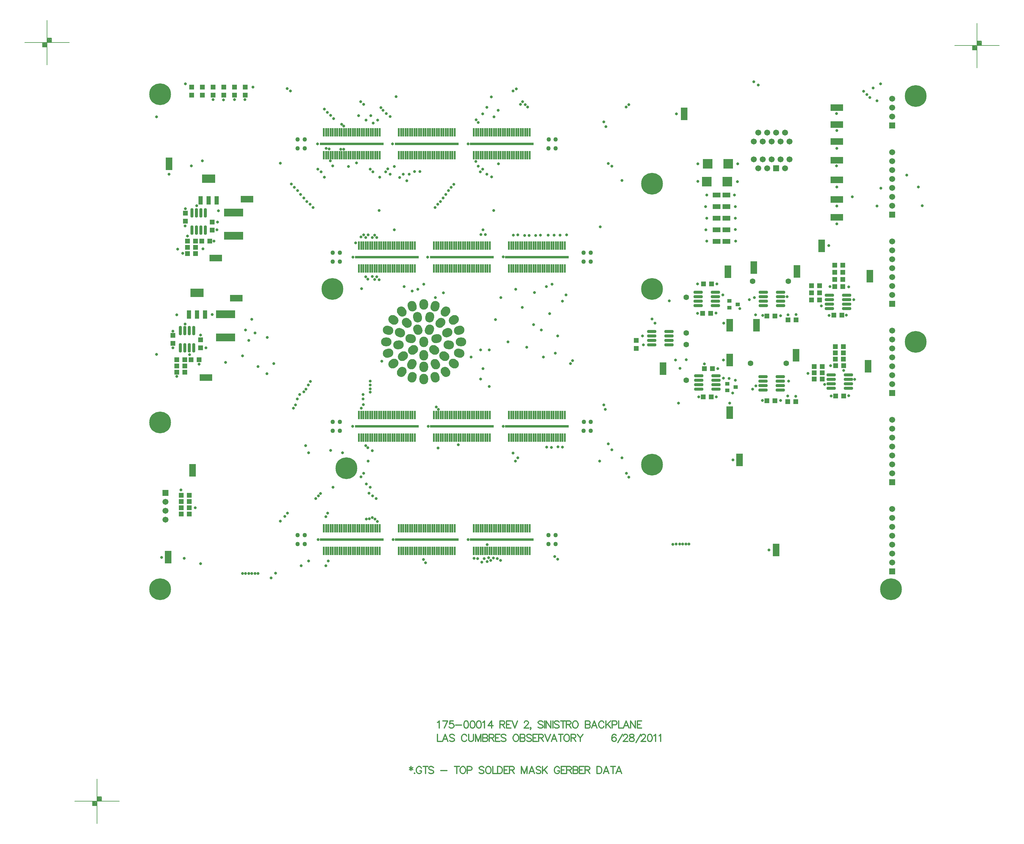
<source format=gts>
%FSLAX23Y23*%
%MOIN*%
G70*
G01*
G75*
G04 Layer_Color=8388736*
%ADD10R,0.037X0.035*%
%ADD11R,0.037X0.035*%
%ADD12R,0.043X0.085*%
%ADD13R,0.043X0.085*%
%ADD14R,0.138X0.085*%
%ADD15R,0.135X0.070*%
%ADD16R,0.100X0.100*%
%ADD17R,0.078X0.048*%
%ADD18R,0.050X0.050*%
%ADD19R,0.050X0.050*%
%ADD20R,0.209X0.079*%
%ADD21O,0.098X0.028*%
%ADD22R,0.016X0.085*%
%ADD23R,0.709X0.020*%
%ADD24O,0.028X0.098*%
%ADD25R,0.070X0.135*%
%ADD26C,0.010*%
%ADD27C,0.030*%
%ADD28C,0.050*%
%ADD29C,0.012*%
%ADD30C,0.008*%
%ADD31C,0.012*%
%ADD32C,0.012*%
%ADD33C,0.020*%
%ADD34C,0.050*%
G04:AMPARAMS|DCode=35|XSize=90mil|YSize=110mil|CornerRadius=0mil|HoleSize=0mil|Usage=FLASHONLY|Rotation=162.000|XOffset=0mil|YOffset=0mil|HoleType=Round|Shape=Round|*
%AMOVALD35*
21,1,0.020,0.090,0.000,0.000,252.0*
1,1,0.090,0.003,0.010*
1,1,0.090,-0.003,-0.010*
%
%ADD35OVALD35*%

G04:AMPARAMS|DCode=36|XSize=90mil|YSize=110mil|CornerRadius=0mil|HoleSize=0mil|Usage=FLASHONLY|Rotation=144.000|XOffset=0mil|YOffset=0mil|HoleType=Round|Shape=Round|*
%AMOVALD36*
21,1,0.020,0.090,0.000,0.000,234.0*
1,1,0.090,0.006,0.008*
1,1,0.090,-0.006,-0.008*
%
%ADD36OVALD36*%

G04:AMPARAMS|DCode=37|XSize=90mil|YSize=110mil|CornerRadius=0mil|HoleSize=0mil|Usage=FLASHONLY|Rotation=126.000|XOffset=0mil|YOffset=0mil|HoleType=Round|Shape=Round|*
%AMOVALD37*
21,1,0.020,0.090,0.000,0.000,216.0*
1,1,0.090,0.008,0.006*
1,1,0.090,-0.008,-0.006*
%
%ADD37OVALD37*%

G04:AMPARAMS|DCode=38|XSize=90mil|YSize=110mil|CornerRadius=0mil|HoleSize=0mil|Usage=FLASHONLY|Rotation=108.000|XOffset=0mil|YOffset=0mil|HoleType=Round|Shape=Round|*
%AMOVALD38*
21,1,0.020,0.090,0.000,0.000,198.0*
1,1,0.090,0.010,0.003*
1,1,0.090,-0.010,-0.003*
%
%ADD38OVALD38*%

%ADD39O,0.110X0.090*%
G04:AMPARAMS|DCode=40|XSize=90mil|YSize=110mil|CornerRadius=0mil|HoleSize=0mil|Usage=FLASHONLY|Rotation=72.000|XOffset=0mil|YOffset=0mil|HoleType=Round|Shape=Round|*
%AMOVALD40*
21,1,0.020,0.090,0.000,0.000,162.0*
1,1,0.090,0.010,-0.003*
1,1,0.090,-0.010,0.003*
%
%ADD40OVALD40*%

G04:AMPARAMS|DCode=41|XSize=90mil|YSize=110mil|CornerRadius=0mil|HoleSize=0mil|Usage=FLASHONLY|Rotation=54.000|XOffset=0mil|YOffset=0mil|HoleType=Round|Shape=Round|*
%AMOVALD41*
21,1,0.020,0.090,0.000,0.000,144.0*
1,1,0.090,0.008,-0.006*
1,1,0.090,-0.008,0.006*
%
%ADD41OVALD41*%

G04:AMPARAMS|DCode=42|XSize=90mil|YSize=110mil|CornerRadius=0mil|HoleSize=0mil|Usage=FLASHONLY|Rotation=36.000|XOffset=0mil|YOffset=0mil|HoleType=Round|Shape=Round|*
%AMOVALD42*
21,1,0.020,0.090,0.000,0.000,126.0*
1,1,0.090,0.006,-0.008*
1,1,0.090,-0.006,0.008*
%
%ADD42OVALD42*%

G04:AMPARAMS|DCode=43|XSize=90mil|YSize=110mil|CornerRadius=0mil|HoleSize=0mil|Usage=FLASHONLY|Rotation=18.000|XOffset=0mil|YOffset=0mil|HoleType=Round|Shape=Round|*
%AMOVALD43*
21,1,0.020,0.090,0.000,0.000,108.0*
1,1,0.090,0.003,-0.010*
1,1,0.090,-0.003,0.010*
%
%ADD43OVALD43*%

%ADD44O,0.090X0.110*%
G04:AMPARAMS|DCode=45|XSize=90mil|YSize=110mil|CornerRadius=0mil|HoleSize=0mil|Usage=FLASHONLY|Rotation=152.304|XOffset=0mil|YOffset=0mil|HoleType=Round|Shape=Round|*
%AMOVALD45*
21,1,0.020,0.090,0.000,0.000,242.3*
1,1,0.090,0.005,0.009*
1,1,0.090,-0.005,-0.009*
%
%ADD45OVALD45*%

G04:AMPARAMS|DCode=46|XSize=90mil|YSize=110mil|CornerRadius=0mil|HoleSize=0mil|Usage=FLASHONLY|Rotation=124.612|XOffset=0mil|YOffset=0mil|HoleType=Round|Shape=Round|*
%AMOVALD46*
21,1,0.020,0.090,0.000,0.000,214.6*
1,1,0.090,0.008,0.006*
1,1,0.090,-0.008,-0.006*
%
%ADD46OVALD46*%

G04:AMPARAMS|DCode=47|XSize=90mil|YSize=110mil|CornerRadius=0mil|HoleSize=0mil|Usage=FLASHONLY|Rotation=96.920|XOffset=0mil|YOffset=0mil|HoleType=Round|Shape=Round|*
%AMOVALD47*
21,1,0.020,0.090,0.000,0.000,186.9*
1,1,0.090,0.010,0.001*
1,1,0.090,-0.010,-0.001*
%
%ADD47OVALD47*%

G04:AMPARAMS|DCode=48|XSize=90mil|YSize=110mil|CornerRadius=0mil|HoleSize=0mil|Usage=FLASHONLY|Rotation=69.228|XOffset=0mil|YOffset=0mil|HoleType=Round|Shape=Round|*
%AMOVALD48*
21,1,0.020,0.090,0.000,0.000,159.2*
1,1,0.090,0.009,-0.004*
1,1,0.090,-0.009,0.004*
%
%ADD48OVALD48*%

G04:AMPARAMS|DCode=49|XSize=90mil|YSize=110mil|CornerRadius=0mil|HoleSize=0mil|Usage=FLASHONLY|Rotation=41.536|XOffset=0mil|YOffset=0mil|HoleType=Round|Shape=Round|*
%AMOVALD49*
21,1,0.020,0.090,0.000,0.000,131.5*
1,1,0.090,0.007,-0.007*
1,1,0.090,-0.007,0.007*
%
%ADD49OVALD49*%

G04:AMPARAMS|DCode=50|XSize=90mil|YSize=110mil|CornerRadius=0mil|HoleSize=0mil|Usage=FLASHONLY|Rotation=13.844|XOffset=0mil|YOffset=0mil|HoleType=Round|Shape=Round|*
%AMOVALD50*
21,1,0.020,0.090,0.000,0.000,103.8*
1,1,0.090,0.002,-0.010*
1,1,0.090,-0.002,0.010*
%
%ADD50OVALD50*%

G04:AMPARAMS|DCode=51|XSize=90mil|YSize=110mil|CornerRadius=0mil|HoleSize=0mil|Usage=FLASHONLY|Rotation=346.152|XOffset=0mil|YOffset=0mil|HoleType=Round|Shape=Round|*
%AMOVALD51*
21,1,0.020,0.090,0.000,0.000,76.2*
1,1,0.090,-0.002,-0.010*
1,1,0.090,0.002,0.010*
%
%ADD51OVALD51*%

G04:AMPARAMS|DCode=52|XSize=90mil|YSize=110mil|CornerRadius=0mil|HoleSize=0mil|Usage=FLASHONLY|Rotation=318.460|XOffset=0mil|YOffset=0mil|HoleType=Round|Shape=Round|*
%AMOVALD52*
21,1,0.020,0.090,0.000,0.000,48.5*
1,1,0.090,-0.007,-0.007*
1,1,0.090,0.007,0.007*
%
%ADD52OVALD52*%

G04:AMPARAMS|DCode=53|XSize=90mil|YSize=110mil|CornerRadius=0mil|HoleSize=0mil|Usage=FLASHONLY|Rotation=290.768|XOffset=0mil|YOffset=0mil|HoleType=Round|Shape=Round|*
%AMOVALD53*
21,1,0.020,0.090,0.000,0.000,20.8*
1,1,0.090,-0.009,-0.004*
1,1,0.090,0.009,0.004*
%
%ADD53OVALD53*%

G04:AMPARAMS|DCode=54|XSize=90mil|YSize=110mil|CornerRadius=0mil|HoleSize=0mil|Usage=FLASHONLY|Rotation=263.076|XOffset=0mil|YOffset=0mil|HoleType=Round|Shape=Round|*
%AMOVALD54*
21,1,0.020,0.090,0.000,0.000,353.1*
1,1,0.090,-0.010,0.001*
1,1,0.090,0.010,-0.001*
%
%ADD54OVALD54*%

G04:AMPARAMS|DCode=55|XSize=90mil|YSize=110mil|CornerRadius=0mil|HoleSize=0mil|Usage=FLASHONLY|Rotation=235.384|XOffset=0mil|YOffset=0mil|HoleType=Round|Shape=Round|*
%AMOVALD55*
21,1,0.020,0.090,0.000,0.000,325.4*
1,1,0.090,-0.008,0.006*
1,1,0.090,0.008,-0.006*
%
%ADD55OVALD55*%

G04:AMPARAMS|DCode=56|XSize=90mil|YSize=110mil|CornerRadius=0mil|HoleSize=0mil|Usage=FLASHONLY|Rotation=207.692|XOffset=0mil|YOffset=0mil|HoleType=Round|Shape=Round|*
%AMOVALD56*
21,1,0.020,0.090,0.000,0.000,297.7*
1,1,0.090,-0.005,0.009*
1,1,0.090,0.005,-0.009*
%
%ADD56OVALD56*%

G04:AMPARAMS|DCode=57|XSize=90mil|YSize=110mil|CornerRadius=0mil|HoleSize=0mil|Usage=FLASHONLY|Rotation=128.568|XOffset=0mil|YOffset=0mil|HoleType=Round|Shape=Round|*
%AMOVALD57*
21,1,0.020,0.090,0.000,0.000,218.6*
1,1,0.090,0.008,0.006*
1,1,0.090,-0.008,-0.006*
%
%ADD57OVALD57*%

G04:AMPARAMS|DCode=58|XSize=90mil|YSize=110mil|CornerRadius=0mil|HoleSize=0mil|Usage=FLASHONLY|Rotation=77.140|XOffset=0mil|YOffset=0mil|HoleType=Round|Shape=Round|*
%AMOVALD58*
21,1,0.020,0.090,0.000,0.000,167.1*
1,1,0.090,0.010,-0.002*
1,1,0.090,-0.010,0.002*
%
%ADD58OVALD58*%

G04:AMPARAMS|DCode=59|XSize=90mil|YSize=110mil|CornerRadius=0mil|HoleSize=0mil|Usage=FLASHONLY|Rotation=25.712|XOffset=0mil|YOffset=0mil|HoleType=Round|Shape=Round|*
%AMOVALD59*
21,1,0.020,0.090,0.000,0.000,115.7*
1,1,0.090,0.004,-0.009*
1,1,0.090,-0.004,0.009*
%
%ADD59OVALD59*%

G04:AMPARAMS|DCode=60|XSize=90mil|YSize=110mil|CornerRadius=0mil|HoleSize=0mil|Usage=FLASHONLY|Rotation=334.284|XOffset=0mil|YOffset=0mil|HoleType=Round|Shape=Round|*
%AMOVALD60*
21,1,0.020,0.090,0.000,0.000,64.3*
1,1,0.090,-0.004,-0.009*
1,1,0.090,0.004,0.009*
%
%ADD60OVALD60*%

G04:AMPARAMS|DCode=61|XSize=90mil|YSize=110mil|CornerRadius=0mil|HoleSize=0mil|Usage=FLASHONLY|Rotation=282.856|XOffset=0mil|YOffset=0mil|HoleType=Round|Shape=Round|*
%AMOVALD61*
21,1,0.020,0.090,0.000,0.000,12.9*
1,1,0.090,-0.010,-0.002*
1,1,0.090,0.010,0.002*
%
%ADD61OVALD61*%

G04:AMPARAMS|DCode=62|XSize=90mil|YSize=110mil|CornerRadius=0mil|HoleSize=0mil|Usage=FLASHONLY|Rotation=231.428|XOffset=0mil|YOffset=0mil|HoleType=Round|Shape=Round|*
%AMOVALD62*
21,1,0.020,0.090,0.000,0.000,321.4*
1,1,0.090,-0.008,0.006*
1,1,0.090,0.008,-0.006*
%
%ADD62OVALD62*%

%ADD63R,0.059X0.059*%
%ADD64C,0.059*%
%ADD65C,0.055*%
%ADD66C,0.236*%
%ADD67C,0.024*%
%ADD68C,0.040*%
%ADD69C,0.065*%
%ADD70C,0.110*%
G04:AMPARAMS|DCode=71|XSize=130mil|YSize=130mil|CornerRadius=0mil|HoleSize=0mil|Usage=FLASHONLY|Rotation=0.000|XOffset=0mil|YOffset=0mil|HoleType=Round|Shape=Relief|Width=10mil|Gap=10mil|Entries=4|*
%AMTHD71*
7,0,0,0.130,0.110,0.010,45*
%
%ADD71THD71*%
%ADD72C,0.079*%
G04:AMPARAMS|DCode=73|XSize=99.37mil|YSize=99.37mil|CornerRadius=0mil|HoleSize=0mil|Usage=FLASHONLY|Rotation=0.000|XOffset=0mil|YOffset=0mil|HoleType=Round|Shape=Relief|Width=10mil|Gap=10mil|Entries=4|*
%AMTHD73*
7,0,0,0.099,0.079,0.010,45*
%
%ADD73THD73*%
G04:AMPARAMS|DCode=74|XSize=95.433mil|YSize=95.433mil|CornerRadius=0mil|HoleSize=0mil|Usage=FLASHONLY|Rotation=0.000|XOffset=0mil|YOffset=0mil|HoleType=Round|Shape=Relief|Width=10mil|Gap=10mil|Entries=4|*
%AMTHD74*
7,0,0,0.095,0.075,0.010,45*
%
%ADD74THD74*%
%ADD75C,0.075*%
%ADD76C,0.073*%
G04:AMPARAMS|DCode=77|XSize=93.465mil|YSize=93.465mil|CornerRadius=0mil|HoleSize=0mil|Usage=FLASHONLY|Rotation=0.000|XOffset=0mil|YOffset=0mil|HoleType=Round|Shape=Relief|Width=10mil|Gap=10mil|Entries=4|*
%AMTHD77*
7,0,0,0.093,0.073,0.010,45*
%
%ADD77THD77*%
G04:AMPARAMS|DCode=78|XSize=85mil|YSize=85mil|CornerRadius=0mil|HoleSize=0mil|Usage=FLASHONLY|Rotation=0.000|XOffset=0mil|YOffset=0mil|HoleType=Round|Shape=Relief|Width=10mil|Gap=10mil|Entries=4|*
%AMTHD78*
7,0,0,0.085,0.065,0.010,45*
%
%ADD78THD78*%
%ADD79C,0.174*%
G04:AMPARAMS|DCode=80|XSize=70mil|YSize=70mil|CornerRadius=0mil|HoleSize=0mil|Usage=FLASHONLY|Rotation=0.000|XOffset=0mil|YOffset=0mil|HoleType=Round|Shape=Relief|Width=10mil|Gap=10mil|Entries=4|*
%AMTHD80*
7,0,0,0.070,0.050,0.010,45*
%
%ADD80THD80*%
%ADD81C,0.010*%
%ADD82C,0.010*%
%ADD83C,0.020*%
%ADD84C,0.008*%
%ADD85C,0.007*%
%ADD86C,0.006*%
%ADD87C,0.020*%
%ADD88R,1.096X0.079*%
%ADD89R,1.496X0.079*%
%ADD90R,1.000X0.079*%
%ADD91R,0.257X0.178*%
%ADD92R,0.045X0.043*%
%ADD93R,0.045X0.043*%
%ADD94R,0.051X0.093*%
%ADD95R,0.051X0.093*%
%ADD96R,0.146X0.093*%
%ADD97R,0.143X0.078*%
%ADD98R,0.108X0.108*%
%ADD99R,0.086X0.056*%
%ADD100R,0.058X0.058*%
%ADD101R,0.058X0.058*%
%ADD102R,0.217X0.087*%
%ADD103O,0.106X0.036*%
%ADD104R,0.024X0.093*%
%ADD105R,0.717X0.028*%
%ADD106O,0.036X0.106*%
%ADD107R,0.078X0.143*%
%ADD108C,0.028*%
G04:AMPARAMS|DCode=109|XSize=98mil|YSize=118mil|CornerRadius=0mil|HoleSize=0mil|Usage=FLASHONLY|Rotation=162.000|XOffset=0mil|YOffset=0mil|HoleType=Round|Shape=Round|*
%AMOVALD109*
21,1,0.020,0.098,0.000,0.000,252.0*
1,1,0.098,0.003,0.010*
1,1,0.098,-0.003,-0.010*
%
%ADD109OVALD109*%

G04:AMPARAMS|DCode=110|XSize=98mil|YSize=118mil|CornerRadius=0mil|HoleSize=0mil|Usage=FLASHONLY|Rotation=144.000|XOffset=0mil|YOffset=0mil|HoleType=Round|Shape=Round|*
%AMOVALD110*
21,1,0.020,0.098,0.000,0.000,234.0*
1,1,0.098,0.006,0.008*
1,1,0.098,-0.006,-0.008*
%
%ADD110OVALD110*%

G04:AMPARAMS|DCode=111|XSize=98mil|YSize=118mil|CornerRadius=0mil|HoleSize=0mil|Usage=FLASHONLY|Rotation=126.000|XOffset=0mil|YOffset=0mil|HoleType=Round|Shape=Round|*
%AMOVALD111*
21,1,0.020,0.098,0.000,0.000,216.0*
1,1,0.098,0.008,0.006*
1,1,0.098,-0.008,-0.006*
%
%ADD111OVALD111*%

G04:AMPARAMS|DCode=112|XSize=98mil|YSize=118mil|CornerRadius=0mil|HoleSize=0mil|Usage=FLASHONLY|Rotation=108.000|XOffset=0mil|YOffset=0mil|HoleType=Round|Shape=Round|*
%AMOVALD112*
21,1,0.020,0.098,0.000,0.000,198.0*
1,1,0.098,0.010,0.003*
1,1,0.098,-0.010,-0.003*
%
%ADD112OVALD112*%

%ADD113O,0.118X0.098*%
G04:AMPARAMS|DCode=114|XSize=98mil|YSize=118mil|CornerRadius=0mil|HoleSize=0mil|Usage=FLASHONLY|Rotation=72.000|XOffset=0mil|YOffset=0mil|HoleType=Round|Shape=Round|*
%AMOVALD114*
21,1,0.020,0.098,0.000,0.000,162.0*
1,1,0.098,0.010,-0.003*
1,1,0.098,-0.010,0.003*
%
%ADD114OVALD114*%

G04:AMPARAMS|DCode=115|XSize=98mil|YSize=118mil|CornerRadius=0mil|HoleSize=0mil|Usage=FLASHONLY|Rotation=54.000|XOffset=0mil|YOffset=0mil|HoleType=Round|Shape=Round|*
%AMOVALD115*
21,1,0.020,0.098,0.000,0.000,144.0*
1,1,0.098,0.008,-0.006*
1,1,0.098,-0.008,0.006*
%
%ADD115OVALD115*%

G04:AMPARAMS|DCode=116|XSize=98mil|YSize=118mil|CornerRadius=0mil|HoleSize=0mil|Usage=FLASHONLY|Rotation=36.000|XOffset=0mil|YOffset=0mil|HoleType=Round|Shape=Round|*
%AMOVALD116*
21,1,0.020,0.098,0.000,0.000,126.0*
1,1,0.098,0.006,-0.008*
1,1,0.098,-0.006,0.008*
%
%ADD116OVALD116*%

G04:AMPARAMS|DCode=117|XSize=98mil|YSize=118mil|CornerRadius=0mil|HoleSize=0mil|Usage=FLASHONLY|Rotation=18.000|XOffset=0mil|YOffset=0mil|HoleType=Round|Shape=Round|*
%AMOVALD117*
21,1,0.020,0.098,0.000,0.000,108.0*
1,1,0.098,0.003,-0.010*
1,1,0.098,-0.003,0.010*
%
%ADD117OVALD117*%

%ADD118O,0.098X0.118*%
G04:AMPARAMS|DCode=119|XSize=98mil|YSize=118mil|CornerRadius=0mil|HoleSize=0mil|Usage=FLASHONLY|Rotation=152.304|XOffset=0mil|YOffset=0mil|HoleType=Round|Shape=Round|*
%AMOVALD119*
21,1,0.020,0.098,0.000,0.000,242.3*
1,1,0.098,0.005,0.009*
1,1,0.098,-0.005,-0.009*
%
%ADD119OVALD119*%

G04:AMPARAMS|DCode=120|XSize=98mil|YSize=118mil|CornerRadius=0mil|HoleSize=0mil|Usage=FLASHONLY|Rotation=124.612|XOffset=0mil|YOffset=0mil|HoleType=Round|Shape=Round|*
%AMOVALD120*
21,1,0.020,0.098,0.000,0.000,214.6*
1,1,0.098,0.008,0.006*
1,1,0.098,-0.008,-0.006*
%
%ADD120OVALD120*%

G04:AMPARAMS|DCode=121|XSize=98mil|YSize=118mil|CornerRadius=0mil|HoleSize=0mil|Usage=FLASHONLY|Rotation=96.920|XOffset=0mil|YOffset=0mil|HoleType=Round|Shape=Round|*
%AMOVALD121*
21,1,0.020,0.098,0.000,0.000,186.9*
1,1,0.098,0.010,0.001*
1,1,0.098,-0.010,-0.001*
%
%ADD121OVALD121*%

G04:AMPARAMS|DCode=122|XSize=98mil|YSize=118mil|CornerRadius=0mil|HoleSize=0mil|Usage=FLASHONLY|Rotation=69.228|XOffset=0mil|YOffset=0mil|HoleType=Round|Shape=Round|*
%AMOVALD122*
21,1,0.020,0.098,0.000,0.000,159.2*
1,1,0.098,0.009,-0.004*
1,1,0.098,-0.009,0.004*
%
%ADD122OVALD122*%

G04:AMPARAMS|DCode=123|XSize=98mil|YSize=118mil|CornerRadius=0mil|HoleSize=0mil|Usage=FLASHONLY|Rotation=41.536|XOffset=0mil|YOffset=0mil|HoleType=Round|Shape=Round|*
%AMOVALD123*
21,1,0.020,0.098,0.000,0.000,131.5*
1,1,0.098,0.007,-0.007*
1,1,0.098,-0.007,0.007*
%
%ADD123OVALD123*%

G04:AMPARAMS|DCode=124|XSize=98mil|YSize=118mil|CornerRadius=0mil|HoleSize=0mil|Usage=FLASHONLY|Rotation=13.844|XOffset=0mil|YOffset=0mil|HoleType=Round|Shape=Round|*
%AMOVALD124*
21,1,0.020,0.098,0.000,0.000,103.8*
1,1,0.098,0.002,-0.010*
1,1,0.098,-0.002,0.010*
%
%ADD124OVALD124*%

G04:AMPARAMS|DCode=125|XSize=98mil|YSize=118mil|CornerRadius=0mil|HoleSize=0mil|Usage=FLASHONLY|Rotation=346.152|XOffset=0mil|YOffset=0mil|HoleType=Round|Shape=Round|*
%AMOVALD125*
21,1,0.020,0.098,0.000,0.000,76.2*
1,1,0.098,-0.002,-0.010*
1,1,0.098,0.002,0.010*
%
%ADD125OVALD125*%

G04:AMPARAMS|DCode=126|XSize=98mil|YSize=118mil|CornerRadius=0mil|HoleSize=0mil|Usage=FLASHONLY|Rotation=318.460|XOffset=0mil|YOffset=0mil|HoleType=Round|Shape=Round|*
%AMOVALD126*
21,1,0.020,0.098,0.000,0.000,48.5*
1,1,0.098,-0.007,-0.007*
1,1,0.098,0.007,0.007*
%
%ADD126OVALD126*%

G04:AMPARAMS|DCode=127|XSize=98mil|YSize=118mil|CornerRadius=0mil|HoleSize=0mil|Usage=FLASHONLY|Rotation=290.768|XOffset=0mil|YOffset=0mil|HoleType=Round|Shape=Round|*
%AMOVALD127*
21,1,0.020,0.098,0.000,0.000,20.8*
1,1,0.098,-0.009,-0.004*
1,1,0.098,0.009,0.004*
%
%ADD127OVALD127*%

G04:AMPARAMS|DCode=128|XSize=98mil|YSize=118mil|CornerRadius=0mil|HoleSize=0mil|Usage=FLASHONLY|Rotation=263.076|XOffset=0mil|YOffset=0mil|HoleType=Round|Shape=Round|*
%AMOVALD128*
21,1,0.020,0.098,0.000,0.000,353.1*
1,1,0.098,-0.010,0.001*
1,1,0.098,0.010,-0.001*
%
%ADD128OVALD128*%

G04:AMPARAMS|DCode=129|XSize=98mil|YSize=118mil|CornerRadius=0mil|HoleSize=0mil|Usage=FLASHONLY|Rotation=235.384|XOffset=0mil|YOffset=0mil|HoleType=Round|Shape=Round|*
%AMOVALD129*
21,1,0.020,0.098,0.000,0.000,325.4*
1,1,0.098,-0.008,0.006*
1,1,0.098,0.008,-0.006*
%
%ADD129OVALD129*%

G04:AMPARAMS|DCode=130|XSize=98mil|YSize=118mil|CornerRadius=0mil|HoleSize=0mil|Usage=FLASHONLY|Rotation=207.692|XOffset=0mil|YOffset=0mil|HoleType=Round|Shape=Round|*
%AMOVALD130*
21,1,0.020,0.098,0.000,0.000,297.7*
1,1,0.098,-0.005,0.009*
1,1,0.098,0.005,-0.009*
%
%ADD130OVALD130*%

G04:AMPARAMS|DCode=131|XSize=98mil|YSize=118mil|CornerRadius=0mil|HoleSize=0mil|Usage=FLASHONLY|Rotation=128.568|XOffset=0mil|YOffset=0mil|HoleType=Round|Shape=Round|*
%AMOVALD131*
21,1,0.020,0.098,0.000,0.000,218.6*
1,1,0.098,0.008,0.006*
1,1,0.098,-0.008,-0.006*
%
%ADD131OVALD131*%

G04:AMPARAMS|DCode=132|XSize=98mil|YSize=118mil|CornerRadius=0mil|HoleSize=0mil|Usage=FLASHONLY|Rotation=77.140|XOffset=0mil|YOffset=0mil|HoleType=Round|Shape=Round|*
%AMOVALD132*
21,1,0.020,0.098,0.000,0.000,167.1*
1,1,0.098,0.010,-0.002*
1,1,0.098,-0.010,0.002*
%
%ADD132OVALD132*%

G04:AMPARAMS|DCode=133|XSize=98mil|YSize=118mil|CornerRadius=0mil|HoleSize=0mil|Usage=FLASHONLY|Rotation=25.712|XOffset=0mil|YOffset=0mil|HoleType=Round|Shape=Round|*
%AMOVALD133*
21,1,0.020,0.098,0.000,0.000,115.7*
1,1,0.098,0.004,-0.009*
1,1,0.098,-0.004,0.009*
%
%ADD133OVALD133*%

G04:AMPARAMS|DCode=134|XSize=98mil|YSize=118mil|CornerRadius=0mil|HoleSize=0mil|Usage=FLASHONLY|Rotation=334.284|XOffset=0mil|YOffset=0mil|HoleType=Round|Shape=Round|*
%AMOVALD134*
21,1,0.020,0.098,0.000,0.000,64.3*
1,1,0.098,-0.004,-0.009*
1,1,0.098,0.004,0.009*
%
%ADD134OVALD134*%

G04:AMPARAMS|DCode=135|XSize=98mil|YSize=118mil|CornerRadius=0mil|HoleSize=0mil|Usage=FLASHONLY|Rotation=282.856|XOffset=0mil|YOffset=0mil|HoleType=Round|Shape=Round|*
%AMOVALD135*
21,1,0.020,0.098,0.000,0.000,12.9*
1,1,0.098,-0.010,-0.002*
1,1,0.098,0.010,0.002*
%
%ADD135OVALD135*%

G04:AMPARAMS|DCode=136|XSize=98mil|YSize=118mil|CornerRadius=0mil|HoleSize=0mil|Usage=FLASHONLY|Rotation=231.428|XOffset=0mil|YOffset=0mil|HoleType=Round|Shape=Round|*
%AMOVALD136*
21,1,0.020,0.098,0.000,0.000,321.4*
1,1,0.098,-0.008,0.006*
1,1,0.098,0.008,-0.006*
%
%ADD136OVALD136*%

%ADD137R,0.067X0.067*%
%ADD138C,0.067*%
%ADD139C,0.063*%
%ADD140C,0.244*%
%ADD141C,0.032*%
D29*
X32017Y19460D02*
Y19414D01*
X31998Y19448D02*
X32036Y19425D01*
Y19448D02*
X31998Y19425D01*
X32056Y19387D02*
X32052Y19384D01*
X32056Y19380D01*
X32060Y19384D01*
X32056Y19387D01*
X32134Y19441D02*
X32130Y19448D01*
X32123Y19456D01*
X32115Y19460D01*
X32100D01*
X32092Y19456D01*
X32085Y19448D01*
X32081Y19441D01*
X32077Y19429D01*
Y19410D01*
X32081Y19399D01*
X32085Y19391D01*
X32092Y19384D01*
X32100Y19380D01*
X32115D01*
X32123Y19384D01*
X32130Y19391D01*
X32134Y19399D01*
Y19410D01*
X32115D02*
X32134D01*
X32179Y19460D02*
Y19380D01*
X32153Y19460D02*
X32206D01*
X32269Y19448D02*
X32261Y19456D01*
X32250Y19460D01*
X32234D01*
X32223Y19456D01*
X32215Y19448D01*
Y19441D01*
X32219Y19433D01*
X32223Y19429D01*
X32231Y19425D01*
X32253Y19418D01*
X32261Y19414D01*
X32265Y19410D01*
X32269Y19403D01*
Y19391D01*
X32261Y19384D01*
X32250Y19380D01*
X32234D01*
X32223Y19384D01*
X32215Y19391D01*
X32349Y19414D02*
X32418D01*
X32531Y19460D02*
Y19380D01*
X32504Y19460D02*
X32558D01*
X32590D02*
X32583Y19456D01*
X32575Y19448D01*
X32571Y19441D01*
X32567Y19429D01*
Y19410D01*
X32571Y19399D01*
X32575Y19391D01*
X32583Y19384D01*
X32590Y19380D01*
X32605D01*
X32613Y19384D01*
X32621Y19391D01*
X32624Y19399D01*
X32628Y19410D01*
Y19429D01*
X32624Y19441D01*
X32621Y19448D01*
X32613Y19456D01*
X32605Y19460D01*
X32590D01*
X32647Y19418D02*
X32681D01*
X32693Y19422D01*
X32696Y19425D01*
X32700Y19433D01*
Y19444D01*
X32696Y19452D01*
X32693Y19456D01*
X32681Y19460D01*
X32647D01*
Y19380D01*
X32834Y19448D02*
X32827Y19456D01*
X32815Y19460D01*
X32800D01*
X32789Y19456D01*
X32781Y19448D01*
Y19441D01*
X32785Y19433D01*
X32789Y19429D01*
X32796Y19425D01*
X32819Y19418D01*
X32827Y19414D01*
X32831Y19410D01*
X32834Y19403D01*
Y19391D01*
X32827Y19384D01*
X32815Y19380D01*
X32800D01*
X32789Y19384D01*
X32781Y19391D01*
X32875Y19460D02*
X32867Y19456D01*
X32860Y19448D01*
X32856Y19441D01*
X32852Y19429D01*
Y19410D01*
X32856Y19399D01*
X32860Y19391D01*
X32867Y19384D01*
X32875Y19380D01*
X32890D01*
X32898Y19384D01*
X32906Y19391D01*
X32909Y19399D01*
X32913Y19410D01*
Y19429D01*
X32909Y19441D01*
X32906Y19448D01*
X32898Y19456D01*
X32890Y19460D01*
X32875D01*
X32932D02*
Y19380D01*
X32978D01*
X32986Y19460D02*
Y19380D01*
Y19460D02*
X33013D01*
X33024Y19456D01*
X33032Y19448D01*
X33036Y19441D01*
X33040Y19429D01*
Y19410D01*
X33036Y19399D01*
X33032Y19391D01*
X33024Y19384D01*
X33013Y19380D01*
X32986D01*
X33107Y19460D02*
X33058D01*
Y19380D01*
X33107D01*
X33058Y19422D02*
X33088D01*
X33120Y19460D02*
Y19380D01*
Y19460D02*
X33155D01*
X33166Y19456D01*
X33170Y19452D01*
X33174Y19444D01*
Y19437D01*
X33170Y19429D01*
X33166Y19425D01*
X33155Y19422D01*
X33120D01*
X33147D02*
X33174Y19380D01*
X33254Y19460D02*
Y19380D01*
Y19460D02*
X33285Y19380D01*
X33315Y19460D02*
X33285Y19380D01*
X33315Y19460D02*
Y19380D01*
X33399D02*
X33369Y19460D01*
X33338Y19380D01*
X33350Y19406D02*
X33388D01*
X33471Y19448D02*
X33464Y19456D01*
X33452Y19460D01*
X33437D01*
X33425Y19456D01*
X33418Y19448D01*
Y19441D01*
X33422Y19433D01*
X33425Y19429D01*
X33433Y19425D01*
X33456Y19418D01*
X33464Y19414D01*
X33467Y19410D01*
X33471Y19403D01*
Y19391D01*
X33464Y19384D01*
X33452Y19380D01*
X33437D01*
X33425Y19384D01*
X33418Y19391D01*
X33489Y19460D02*
Y19380D01*
X33542Y19460D02*
X33489Y19406D01*
X33508Y19425D02*
X33542Y19380D01*
X33680Y19441D02*
X33676Y19448D01*
X33669Y19456D01*
X33661Y19460D01*
X33646D01*
X33638Y19456D01*
X33631Y19448D01*
X33627Y19441D01*
X33623Y19429D01*
Y19410D01*
X33627Y19399D01*
X33631Y19391D01*
X33638Y19384D01*
X33646Y19380D01*
X33661D01*
X33669Y19384D01*
X33676Y19391D01*
X33680Y19399D01*
Y19410D01*
X33661D02*
X33680D01*
X33748Y19460D02*
X33699D01*
Y19380D01*
X33748D01*
X33699Y19422D02*
X33729D01*
X33761Y19460D02*
Y19380D01*
Y19460D02*
X33796D01*
X33807Y19456D01*
X33811Y19452D01*
X33815Y19444D01*
Y19437D01*
X33811Y19429D01*
X33807Y19425D01*
X33796Y19422D01*
X33761D01*
X33788D02*
X33815Y19380D01*
X33833Y19460D02*
Y19380D01*
Y19460D02*
X33867D01*
X33878Y19456D01*
X33882Y19452D01*
X33886Y19444D01*
Y19437D01*
X33882Y19429D01*
X33878Y19425D01*
X33867Y19422D01*
X33833D02*
X33867D01*
X33878Y19418D01*
X33882Y19414D01*
X33886Y19406D01*
Y19395D01*
X33882Y19387D01*
X33878Y19384D01*
X33867Y19380D01*
X33833D01*
X33953Y19460D02*
X33904D01*
Y19380D01*
X33953D01*
X33904Y19422D02*
X33934D01*
X33967Y19460D02*
Y19380D01*
Y19460D02*
X34001D01*
X34012Y19456D01*
X34016Y19452D01*
X34020Y19444D01*
Y19437D01*
X34016Y19429D01*
X34012Y19425D01*
X34001Y19422D01*
X33967D01*
X33993D02*
X34020Y19380D01*
X34101Y19460D02*
Y19380D01*
Y19460D02*
X34127D01*
X34139Y19456D01*
X34146Y19448D01*
X34150Y19441D01*
X34154Y19429D01*
Y19410D01*
X34150Y19399D01*
X34146Y19391D01*
X34139Y19384D01*
X34127Y19380D01*
X34101D01*
X34233D02*
X34202Y19460D01*
X34172Y19380D01*
X34183Y19406D02*
X34221D01*
X34278Y19460D02*
Y19380D01*
X34252Y19460D02*
X34305D01*
X34375Y19380D02*
X34345Y19460D01*
X34314Y19380D01*
X34326Y19406D02*
X34364D01*
D30*
X28249Y19071D02*
X28749D01*
X28499Y18821D02*
Y19321D01*
X28549Y19071D02*
Y19121D01*
X28499D02*
X28549D01*
X28449Y19021D02*
Y19071D01*
Y19021D02*
X28499D01*
X28454Y19066D02*
X28494D01*
X28454Y19026D02*
Y19066D01*
Y19026D02*
X28494D01*
Y19066D01*
X28459Y19061D02*
X28489D01*
X28459Y19031D02*
Y19061D01*
Y19031D02*
X28489D01*
Y19056D01*
X28464D02*
X28484D01*
X28464Y19036D02*
Y19056D01*
Y19036D02*
X28484D01*
Y19051D01*
X28469D02*
X28479D01*
X28469Y19041D02*
Y19051D01*
Y19041D02*
X28479D01*
Y19051D01*
X28469Y19046D02*
X28479D01*
X28504Y19116D02*
X28544D01*
X28504Y19076D02*
Y19116D01*
Y19076D02*
X28544D01*
Y19116D01*
X28509Y19111D02*
X28539D01*
X28509Y19081D02*
Y19111D01*
Y19081D02*
X28539D01*
Y19106D01*
X28514D02*
X28534D01*
X28514Y19086D02*
Y19106D01*
Y19086D02*
X28534D01*
Y19101D01*
X28519D02*
X28529D01*
X28519Y19091D02*
Y19101D01*
Y19091D02*
X28529D01*
Y19101D01*
X28519Y19096D02*
X28529D01*
X27690Y27577D02*
X28190D01*
X27940Y27327D02*
Y27827D01*
X27990Y27577D02*
Y27627D01*
X27940D02*
X27990D01*
X27890Y27527D02*
Y27577D01*
Y27527D02*
X27940D01*
X27895Y27572D02*
X27935D01*
X27895Y27532D02*
Y27572D01*
Y27532D02*
X27935D01*
Y27572D01*
X27900Y27567D02*
X27930D01*
X27900Y27537D02*
Y27567D01*
Y27537D02*
X27930D01*
Y27562D01*
X27905D02*
X27925D01*
X27905Y27542D02*
Y27562D01*
Y27542D02*
X27925D01*
Y27557D01*
X27910D02*
X27920D01*
X27910Y27547D02*
Y27557D01*
Y27547D02*
X27920D01*
Y27557D01*
X27910Y27552D02*
X27920D01*
X27945Y27622D02*
X27985D01*
X27945Y27582D02*
Y27622D01*
Y27582D02*
X27985D01*
Y27622D01*
X27950Y27617D02*
X27980D01*
X27950Y27587D02*
Y27617D01*
Y27587D02*
X27980D01*
Y27612D01*
X27955D02*
X27975D01*
X27955Y27592D02*
Y27612D01*
Y27592D02*
X27975D01*
Y27607D01*
X27960D02*
X27970D01*
X27960Y27597D02*
Y27607D01*
Y27597D02*
X27970D01*
Y27607D01*
X27960Y27602D02*
X27970D01*
X38105Y27544D02*
X38605D01*
X38355Y27294D02*
Y27794D01*
X38405Y27544D02*
Y27594D01*
X38355D02*
X38405D01*
X38305Y27494D02*
Y27544D01*
Y27494D02*
X38355D01*
X38310Y27539D02*
X38350D01*
X38310Y27499D02*
Y27539D01*
Y27499D02*
X38350D01*
Y27539D01*
X38315Y27534D02*
X38345D01*
X38315Y27504D02*
Y27534D01*
Y27504D02*
X38345D01*
Y27529D01*
X38320D02*
X38340D01*
X38320Y27509D02*
Y27529D01*
Y27509D02*
X38340D01*
Y27524D01*
X38325D02*
X38335D01*
X38325Y27514D02*
Y27524D01*
Y27514D02*
X38335D01*
Y27524D01*
X38325Y27519D02*
X38335D01*
X38360Y27589D02*
X38400D01*
X38360Y27549D02*
Y27589D01*
Y27549D02*
X38400D01*
Y27589D01*
X38365Y27584D02*
X38395D01*
X38365Y27554D02*
Y27584D01*
Y27554D02*
X38395D01*
Y27579D01*
X38370D02*
X38390D01*
X38370Y27559D02*
Y27579D01*
Y27559D02*
X38390D01*
Y27574D01*
X38375D02*
X38385D01*
X38375Y27564D02*
Y27574D01*
Y27564D02*
X38385D01*
Y27574D01*
X38375Y27569D02*
X38385D01*
D31*
X32314Y19955D02*
X32322Y19959D01*
X32333Y19970D01*
Y19890D01*
X32426Y19970D02*
X32388Y19890D01*
X32373Y19970D02*
X32426D01*
X32490D02*
X32452D01*
X32448Y19936D01*
X32452Y19940D01*
X32463Y19944D01*
X32475D01*
X32486Y19940D01*
X32494Y19932D01*
X32498Y19921D01*
Y19913D01*
X32494Y19902D01*
X32486Y19894D01*
X32475Y19890D01*
X32463D01*
X32452Y19894D01*
X32448Y19898D01*
X32444Y19906D01*
X32516Y19925D02*
X32584D01*
X32631Y19970D02*
X32619Y19967D01*
X32612Y19955D01*
X32608Y19936D01*
Y19925D01*
X32612Y19906D01*
X32619Y19894D01*
X32631Y19890D01*
X32638D01*
X32650Y19894D01*
X32657Y19906D01*
X32661Y19925D01*
Y19936D01*
X32657Y19955D01*
X32650Y19967D01*
X32638Y19970D01*
X32631D01*
X32702D02*
X32690Y19967D01*
X32683Y19955D01*
X32679Y19936D01*
Y19925D01*
X32683Y19906D01*
X32690Y19894D01*
X32702Y19890D01*
X32709D01*
X32721Y19894D01*
X32728Y19906D01*
X32732Y19925D01*
Y19936D01*
X32728Y19955D01*
X32721Y19967D01*
X32709Y19970D01*
X32702D01*
X32773D02*
X32762Y19967D01*
X32754Y19955D01*
X32750Y19936D01*
Y19925D01*
X32754Y19906D01*
X32762Y19894D01*
X32773Y19890D01*
X32781D01*
X32792Y19894D01*
X32800Y19906D01*
X32803Y19925D01*
Y19936D01*
X32800Y19955D01*
X32792Y19967D01*
X32781Y19970D01*
X32773D01*
X32821Y19955D02*
X32829Y19959D01*
X32840Y19970D01*
Y19890D01*
X32918Y19970D02*
X32880Y19917D01*
X32937D01*
X32918Y19970D02*
Y19890D01*
X33014Y19970D02*
Y19890D01*
Y19970D02*
X33048D01*
X33060Y19967D01*
X33064Y19963D01*
X33067Y19955D01*
Y19948D01*
X33064Y19940D01*
X33060Y19936D01*
X33048Y19932D01*
X33014D01*
X33041D02*
X33067Y19890D01*
X33135Y19970D02*
X33085D01*
Y19890D01*
X33135D01*
X33085Y19932D02*
X33116D01*
X33148Y19970D02*
X33179Y19890D01*
X33209Y19970D02*
X33179Y19890D01*
X33286Y19951D02*
Y19955D01*
X33290Y19963D01*
X33294Y19967D01*
X33301Y19970D01*
X33317D01*
X33324Y19967D01*
X33328Y19963D01*
X33332Y19955D01*
Y19948D01*
X33328Y19940D01*
X33320Y19929D01*
X33282Y19890D01*
X33336D01*
X33361Y19894D02*
X33357Y19890D01*
X33353Y19894D01*
X33357Y19898D01*
X33361Y19894D01*
Y19887D01*
X33357Y19879D01*
X33353Y19875D01*
X33495Y19959D02*
X33487Y19967D01*
X33476Y19970D01*
X33460D01*
X33449Y19967D01*
X33441Y19959D01*
Y19951D01*
X33445Y19944D01*
X33449Y19940D01*
X33457Y19936D01*
X33480Y19929D01*
X33487Y19925D01*
X33491Y19921D01*
X33495Y19913D01*
Y19902D01*
X33487Y19894D01*
X33476Y19890D01*
X33460D01*
X33449Y19894D01*
X33441Y19902D01*
X33513Y19970D02*
Y19890D01*
X33529Y19970D02*
Y19890D01*
Y19970D02*
X33583Y19890D01*
Y19970D02*
Y19890D01*
X33605Y19970D02*
Y19890D01*
X33675Y19959D02*
X33667Y19967D01*
X33656Y19970D01*
X33641D01*
X33629Y19967D01*
X33622Y19959D01*
Y19951D01*
X33625Y19944D01*
X33629Y19940D01*
X33637Y19936D01*
X33660Y19929D01*
X33667Y19925D01*
X33671Y19921D01*
X33675Y19913D01*
Y19902D01*
X33667Y19894D01*
X33656Y19890D01*
X33641D01*
X33629Y19894D01*
X33622Y19902D01*
X33719Y19970D02*
Y19890D01*
X33693Y19970D02*
X33746D01*
X33756D02*
Y19890D01*
Y19970D02*
X33790D01*
X33801Y19967D01*
X33805Y19963D01*
X33809Y19955D01*
Y19948D01*
X33805Y19940D01*
X33801Y19936D01*
X33790Y19932D01*
X33756D01*
X33782D02*
X33809Y19890D01*
X33850Y19970D02*
X33842Y19967D01*
X33834Y19959D01*
X33831Y19951D01*
X33827Y19940D01*
Y19921D01*
X33831Y19910D01*
X33834Y19902D01*
X33842Y19894D01*
X33850Y19890D01*
X33865D01*
X33873Y19894D01*
X33880Y19902D01*
X33884Y19910D01*
X33888Y19921D01*
Y19940D01*
X33884Y19951D01*
X33880Y19959D01*
X33873Y19967D01*
X33865Y19970D01*
X33850D01*
X33969D02*
Y19890D01*
Y19970D02*
X34004D01*
X34015Y19967D01*
X34019Y19963D01*
X34023Y19955D01*
Y19948D01*
X34019Y19940D01*
X34015Y19936D01*
X34004Y19932D01*
X33969D02*
X34004D01*
X34015Y19929D01*
X34019Y19925D01*
X34023Y19917D01*
Y19906D01*
X34019Y19898D01*
X34015Y19894D01*
X34004Y19890D01*
X33969D01*
X34101D02*
X34071Y19970D01*
X34041Y19890D01*
X34052Y19917D02*
X34090D01*
X34177Y19951D02*
X34173Y19959D01*
X34166Y19967D01*
X34158Y19970D01*
X34143D01*
X34135Y19967D01*
X34128Y19959D01*
X34124Y19951D01*
X34120Y19940D01*
Y19921D01*
X34124Y19910D01*
X34128Y19902D01*
X34135Y19894D01*
X34143Y19890D01*
X34158D01*
X34166Y19894D01*
X34173Y19902D01*
X34177Y19910D01*
X34200Y19970D02*
Y19890D01*
X34253Y19970D02*
X34200Y19917D01*
X34219Y19936D02*
X34253Y19890D01*
X34271Y19929D02*
X34305D01*
X34317Y19932D01*
X34320Y19936D01*
X34324Y19944D01*
Y19955D01*
X34320Y19963D01*
X34317Y19967D01*
X34305Y19970D01*
X34271D01*
Y19890D01*
X34342Y19970D02*
Y19890D01*
X34388D01*
X34458D02*
X34427Y19970D01*
X34397Y19890D01*
X34408Y19917D02*
X34446D01*
X34476Y19970D02*
Y19890D01*
Y19970D02*
X34530Y19890D01*
Y19970D02*
Y19890D01*
X34601Y19970D02*
X34552D01*
Y19890D01*
X34601D01*
X34552Y19932D02*
X34582D01*
D32*
X32314Y19820D02*
Y19740D01*
X32360D01*
X32430D02*
X32399Y19820D01*
X32369Y19740D01*
X32380Y19767D02*
X32418D01*
X32502Y19809D02*
X32494Y19817D01*
X32483Y19820D01*
X32468D01*
X32456Y19817D01*
X32448Y19809D01*
Y19801D01*
X32452Y19794D01*
X32456Y19790D01*
X32464Y19786D01*
X32487Y19779D01*
X32494Y19775D01*
X32498Y19771D01*
X32502Y19763D01*
Y19752D01*
X32494Y19744D01*
X32483Y19740D01*
X32468D01*
X32456Y19744D01*
X32448Y19752D01*
X32640Y19801D02*
X32636Y19809D01*
X32628Y19817D01*
X32621Y19820D01*
X32605D01*
X32598Y19817D01*
X32590Y19809D01*
X32586Y19801D01*
X32583Y19790D01*
Y19771D01*
X32586Y19759D01*
X32590Y19752D01*
X32598Y19744D01*
X32605Y19740D01*
X32621D01*
X32628Y19744D01*
X32636Y19752D01*
X32640Y19759D01*
X32662Y19820D02*
Y19763D01*
X32666Y19752D01*
X32674Y19744D01*
X32685Y19740D01*
X32693D01*
X32704Y19744D01*
X32712Y19752D01*
X32715Y19763D01*
Y19820D01*
X32738D02*
Y19740D01*
Y19820D02*
X32768Y19740D01*
X32799Y19820D02*
X32768Y19740D01*
X32799Y19820D02*
Y19740D01*
X32821Y19820D02*
Y19740D01*
Y19820D02*
X32856D01*
X32867Y19817D01*
X32871Y19813D01*
X32875Y19805D01*
Y19798D01*
X32871Y19790D01*
X32867Y19786D01*
X32856Y19782D01*
X32821D02*
X32856D01*
X32867Y19779D01*
X32871Y19775D01*
X32875Y19767D01*
Y19756D01*
X32871Y19748D01*
X32867Y19744D01*
X32856Y19740D01*
X32821D01*
X32893Y19820D02*
Y19740D01*
Y19820D02*
X32927D01*
X32938Y19817D01*
X32942Y19813D01*
X32946Y19805D01*
Y19798D01*
X32942Y19790D01*
X32938Y19786D01*
X32927Y19782D01*
X32893D01*
X32919D02*
X32946Y19740D01*
X33013Y19820D02*
X32964D01*
Y19740D01*
X33013D01*
X32964Y19782D02*
X32994D01*
X33080Y19809D02*
X33072Y19817D01*
X33061Y19820D01*
X33046D01*
X33034Y19817D01*
X33027Y19809D01*
Y19801D01*
X33030Y19794D01*
X33034Y19790D01*
X33042Y19786D01*
X33065Y19779D01*
X33072Y19775D01*
X33076Y19771D01*
X33080Y19763D01*
Y19752D01*
X33072Y19744D01*
X33061Y19740D01*
X33046D01*
X33034Y19744D01*
X33027Y19752D01*
X33184Y19820D02*
X33176Y19817D01*
X33168Y19809D01*
X33165Y19801D01*
X33161Y19790D01*
Y19771D01*
X33165Y19759D01*
X33168Y19752D01*
X33176Y19744D01*
X33184Y19740D01*
X33199D01*
X33206Y19744D01*
X33214Y19752D01*
X33218Y19759D01*
X33222Y19771D01*
Y19790D01*
X33218Y19801D01*
X33214Y19809D01*
X33206Y19817D01*
X33199Y19820D01*
X33184D01*
X33240D02*
Y19740D01*
Y19820D02*
X33275D01*
X33286Y19817D01*
X33290Y19813D01*
X33294Y19805D01*
Y19798D01*
X33290Y19790D01*
X33286Y19786D01*
X33275Y19782D01*
X33240D02*
X33275D01*
X33286Y19779D01*
X33290Y19775D01*
X33294Y19767D01*
Y19756D01*
X33290Y19748D01*
X33286Y19744D01*
X33275Y19740D01*
X33240D01*
X33365Y19809D02*
X33357Y19817D01*
X33346Y19820D01*
X33331D01*
X33319Y19817D01*
X33312Y19809D01*
Y19801D01*
X33315Y19794D01*
X33319Y19790D01*
X33327Y19786D01*
X33350Y19779D01*
X33357Y19775D01*
X33361Y19771D01*
X33365Y19763D01*
Y19752D01*
X33357Y19744D01*
X33346Y19740D01*
X33331D01*
X33319Y19744D01*
X33312Y19752D01*
X33432Y19820D02*
X33383D01*
Y19740D01*
X33432D01*
X33383Y19782D02*
X33413D01*
X33446Y19820D02*
Y19740D01*
Y19820D02*
X33480D01*
X33491Y19817D01*
X33495Y19813D01*
X33499Y19805D01*
Y19798D01*
X33495Y19790D01*
X33491Y19786D01*
X33480Y19782D01*
X33446D01*
X33472D02*
X33499Y19740D01*
X33517Y19820D02*
X33547Y19740D01*
X33578Y19820D02*
X33547Y19740D01*
X33649D02*
X33619Y19820D01*
X33588Y19740D01*
X33599Y19767D02*
X33638D01*
X33694Y19820D02*
Y19740D01*
X33668Y19820D02*
X33721D01*
X33753D02*
X33746Y19817D01*
X33738Y19809D01*
X33734Y19801D01*
X33731Y19790D01*
Y19771D01*
X33734Y19759D01*
X33738Y19752D01*
X33746Y19744D01*
X33753Y19740D01*
X33769D01*
X33776Y19744D01*
X33784Y19752D01*
X33788Y19759D01*
X33791Y19771D01*
Y19790D01*
X33788Y19801D01*
X33784Y19809D01*
X33776Y19817D01*
X33769Y19820D01*
X33753D01*
X33810D02*
Y19740D01*
Y19820D02*
X33844D01*
X33856Y19817D01*
X33860Y19813D01*
X33863Y19805D01*
Y19798D01*
X33860Y19790D01*
X33856Y19786D01*
X33844Y19782D01*
X33810D01*
X33837D02*
X33863Y19740D01*
X33881Y19820D02*
X33912Y19782D01*
Y19740D01*
X33942Y19820D02*
X33912Y19782D01*
X34312Y19809D02*
X34309Y19817D01*
X34297Y19820D01*
X34290D01*
X34278Y19817D01*
X34271Y19805D01*
X34267Y19786D01*
Y19767D01*
X34271Y19752D01*
X34278Y19744D01*
X34290Y19740D01*
X34293D01*
X34305Y19744D01*
X34312Y19752D01*
X34316Y19763D01*
Y19767D01*
X34312Y19779D01*
X34305Y19786D01*
X34293Y19790D01*
X34290D01*
X34278Y19786D01*
X34271Y19779D01*
X34267Y19767D01*
X34334Y19729D02*
X34387Y19820D01*
X34396Y19801D02*
Y19805D01*
X34400Y19813D01*
X34404Y19817D01*
X34412Y19820D01*
X34427D01*
X34434Y19817D01*
X34438Y19813D01*
X34442Y19805D01*
Y19798D01*
X34438Y19790D01*
X34431Y19779D01*
X34392Y19740D01*
X34446D01*
X34483Y19820D02*
X34471Y19817D01*
X34467Y19809D01*
Y19801D01*
X34471Y19794D01*
X34479Y19790D01*
X34494Y19786D01*
X34506Y19782D01*
X34513Y19775D01*
X34517Y19767D01*
Y19756D01*
X34513Y19748D01*
X34509Y19744D01*
X34498Y19740D01*
X34483D01*
X34471Y19744D01*
X34467Y19748D01*
X34464Y19756D01*
Y19767D01*
X34467Y19775D01*
X34475Y19782D01*
X34487Y19786D01*
X34502Y19790D01*
X34509Y19794D01*
X34513Y19801D01*
Y19809D01*
X34509Y19817D01*
X34498Y19820D01*
X34483D01*
X34535Y19729D02*
X34588Y19820D01*
X34597Y19801D02*
Y19805D01*
X34601Y19813D01*
X34605Y19817D01*
X34613Y19820D01*
X34628D01*
X34635Y19817D01*
X34639Y19813D01*
X34643Y19805D01*
Y19798D01*
X34639Y19790D01*
X34632Y19779D01*
X34594Y19740D01*
X34647D01*
X34688Y19820D02*
X34676Y19817D01*
X34669Y19805D01*
X34665Y19786D01*
Y19775D01*
X34669Y19756D01*
X34676Y19744D01*
X34688Y19740D01*
X34695D01*
X34707Y19744D01*
X34714Y19756D01*
X34718Y19775D01*
Y19786D01*
X34714Y19805D01*
X34707Y19817D01*
X34695Y19820D01*
X34688D01*
X34736Y19805D02*
X34744Y19809D01*
X34755Y19820D01*
Y19740D01*
X34795Y19805D02*
X34802Y19809D01*
X34814Y19820D01*
Y19740D01*
D34*
X30827Y26393D02*
D03*
Y26493D02*
D03*
X30747D02*
D03*
Y26393D02*
D03*
X33637D02*
D03*
X33557D02*
D03*
X33558Y26493D02*
D03*
X33637D02*
D03*
X30747Y21955D02*
D03*
X30827D02*
D03*
X30827Y22055D02*
D03*
X30747D02*
D03*
X33637D02*
D03*
Y21955D02*
D03*
X33557D02*
D03*
Y22055D02*
D03*
X33951Y25223D02*
D03*
Y25123D02*
D03*
X34031D02*
D03*
Y25223D02*
D03*
X31141D02*
D03*
X31221D02*
D03*
X31221Y25123D02*
D03*
X31141D02*
D03*
X34031Y23325D02*
D03*
X33952D02*
D03*
X33951Y23225D02*
D03*
X34031D02*
D03*
X31141D02*
D03*
Y23325D02*
D03*
X31221D02*
D03*
Y23225D02*
D03*
D92*
X35583Y24680D02*
D03*
X35675Y24643D02*
D03*
X35560Y23752D02*
D03*
X35652Y23715D02*
D03*
D93*
X35583Y24605D02*
D03*
X35560Y23677D02*
D03*
D94*
X29658Y25809D02*
D03*
X29839D02*
D03*
X29528Y24529D02*
D03*
X29709D02*
D03*
D95*
X29749Y25809D02*
D03*
X29619Y24529D02*
D03*
D96*
X29749Y26053D02*
D03*
X29619Y24773D02*
D03*
D97*
X29828Y25161D02*
D03*
X36785Y25818D02*
D03*
Y26468D02*
D03*
Y26258D02*
D03*
Y26848D02*
D03*
Y26658D02*
D03*
Y25618D02*
D03*
Y26038D02*
D03*
X30059Y24711D02*
D03*
X30179Y25821D02*
D03*
X29719Y23821D02*
D03*
D98*
X35570Y26218D02*
D03*
X35340D02*
D03*
X35560Y26018D02*
D03*
X35330D02*
D03*
D99*
X35440Y25868D02*
D03*
X35550D02*
D03*
X35440Y25738D02*
D03*
X35550D02*
D03*
X35440Y25608D02*
D03*
X35550D02*
D03*
X35440Y25478D02*
D03*
X35550D02*
D03*
X35440Y25348D02*
D03*
X35550D02*
D03*
D100*
X29558Y27077D02*
D03*
Y26987D02*
D03*
X29659Y24156D02*
D03*
Y24246D02*
D03*
X29349Y24296D02*
D03*
Y24206D02*
D03*
X29789Y25476D02*
D03*
Y25566D02*
D03*
X29489Y25666D02*
D03*
Y25576D02*
D03*
X30158Y27077D02*
D03*
Y26987D02*
D03*
X30038Y27077D02*
D03*
Y26987D02*
D03*
X29918Y27077D02*
D03*
Y26987D02*
D03*
X29798Y27077D02*
D03*
Y26987D02*
D03*
X29678Y27077D02*
D03*
Y26987D02*
D03*
X34539Y24238D02*
D03*
Y24148D02*
D03*
D101*
X29534Y22291D02*
D03*
X29444D02*
D03*
X29644Y24021D02*
D03*
X29554D02*
D03*
X29394D02*
D03*
X29484D02*
D03*
Y23881D02*
D03*
X29394D02*
D03*
X29764Y25351D02*
D03*
X29674D02*
D03*
X29514D02*
D03*
X29604D02*
D03*
Y25211D02*
D03*
X29514D02*
D03*
X29484Y23951D02*
D03*
X29394D02*
D03*
X29604Y25281D02*
D03*
X29514D02*
D03*
X36622Y23875D02*
D03*
X36532D02*
D03*
X36622Y23805D02*
D03*
X36532D02*
D03*
X36622Y23945D02*
D03*
X36532D02*
D03*
X36860Y24028D02*
D03*
X36770D02*
D03*
X36860Y24098D02*
D03*
X36770D02*
D03*
X36594Y24853D02*
D03*
X36504D02*
D03*
X36594Y24773D02*
D03*
X36504D02*
D03*
X36594Y24693D02*
D03*
X36504D02*
D03*
X36854Y25003D02*
D03*
X36764D02*
D03*
X36854Y24923D02*
D03*
X36764D02*
D03*
X36864Y23615D02*
D03*
X36774D02*
D03*
X36327Y23550D02*
D03*
X36237D02*
D03*
X35381Y23605D02*
D03*
X35291D02*
D03*
X36774Y23955D02*
D03*
X36864D02*
D03*
X35304Y23923D02*
D03*
X35394D02*
D03*
X36860Y24168D02*
D03*
X36770D02*
D03*
X36094Y23563D02*
D03*
X36004D02*
D03*
X36844Y24520D02*
D03*
X36754D02*
D03*
X36331Y24469D02*
D03*
X36241D02*
D03*
X35374Y24543D02*
D03*
X35284D02*
D03*
X36764Y24840D02*
D03*
X36854D02*
D03*
X35294Y24873D02*
D03*
X35384D02*
D03*
X36854Y25083D02*
D03*
X36764D02*
D03*
X36094Y24513D02*
D03*
X36004D02*
D03*
X29534Y22361D02*
D03*
X29444D02*
D03*
X29534Y22501D02*
D03*
X29444D02*
D03*
X29534Y22431D02*
D03*
X29444D02*
D03*
D102*
X30029Y25671D02*
D03*
Y25411D02*
D03*
X29939Y24531D02*
D03*
Y24271D02*
D03*
D103*
X36703Y24745D02*
D03*
Y24695D02*
D03*
Y24645D02*
D03*
Y24595D02*
D03*
X36896Y24745D02*
D03*
Y24695D02*
D03*
Y24645D02*
D03*
Y24595D02*
D03*
X35232Y24778D02*
D03*
Y24728D02*
D03*
Y24678D02*
D03*
Y24628D02*
D03*
X35425Y24778D02*
D03*
Y24728D02*
D03*
Y24678D02*
D03*
Y24628D02*
D03*
X36722Y23850D02*
D03*
Y23800D02*
D03*
Y23750D02*
D03*
Y23700D02*
D03*
X36915Y23850D02*
D03*
Y23800D02*
D03*
Y23750D02*
D03*
Y23700D02*
D03*
X35959Y23830D02*
D03*
Y23780D02*
D03*
Y23730D02*
D03*
Y23680D02*
D03*
X36152Y23830D02*
D03*
Y23780D02*
D03*
Y23730D02*
D03*
Y23680D02*
D03*
X35239Y23840D02*
D03*
Y23790D02*
D03*
Y23740D02*
D03*
Y23690D02*
D03*
X35432Y23840D02*
D03*
Y23790D02*
D03*
Y23740D02*
D03*
Y23690D02*
D03*
X34712Y24338D02*
D03*
Y24288D02*
D03*
Y24238D02*
D03*
Y24188D02*
D03*
X34905Y24338D02*
D03*
Y24288D02*
D03*
Y24238D02*
D03*
Y24188D02*
D03*
X35962Y24778D02*
D03*
Y24728D02*
D03*
Y24678D02*
D03*
Y24628D02*
D03*
X36155Y24778D02*
D03*
Y24728D02*
D03*
Y24678D02*
D03*
Y24628D02*
D03*
D104*
X33345Y26315D02*
D03*
Y26571D02*
D03*
X33320Y26315D02*
D03*
Y26571D02*
D03*
X33295Y26315D02*
D03*
Y26571D02*
D03*
X33270Y26315D02*
D03*
Y26571D02*
D03*
X33245Y26315D02*
D03*
Y26571D02*
D03*
X33220Y26315D02*
D03*
Y26571D02*
D03*
X33195Y26315D02*
D03*
Y26571D02*
D03*
X33170Y26315D02*
D03*
Y26571D02*
D03*
X33145Y26315D02*
D03*
Y26571D02*
D03*
X33120Y26315D02*
D03*
Y26571D02*
D03*
X33095Y26315D02*
D03*
Y26571D02*
D03*
X33070Y26315D02*
D03*
Y26571D02*
D03*
X33045Y26315D02*
D03*
Y26571D02*
D03*
X33020Y26315D02*
D03*
Y26571D02*
D03*
X32995Y26315D02*
D03*
Y26571D02*
D03*
X32970Y26315D02*
D03*
Y26571D02*
D03*
X32945Y26315D02*
D03*
Y26571D02*
D03*
X32920Y26315D02*
D03*
Y26571D02*
D03*
X32895Y26315D02*
D03*
Y26571D02*
D03*
X32870Y26315D02*
D03*
Y26571D02*
D03*
X32845Y26315D02*
D03*
Y26571D02*
D03*
X32820Y26315D02*
D03*
Y26571D02*
D03*
X32795Y26315D02*
D03*
Y26571D02*
D03*
X32770Y26315D02*
D03*
Y26571D02*
D03*
X32745Y26315D02*
D03*
Y26571D02*
D03*
X32720Y26315D02*
D03*
Y26571D02*
D03*
X32505Y26315D02*
D03*
Y26571D02*
D03*
X32480Y26315D02*
D03*
Y26571D02*
D03*
X32455Y26315D02*
D03*
Y26571D02*
D03*
X32430Y26315D02*
D03*
Y26571D02*
D03*
X32405Y26315D02*
D03*
Y26571D02*
D03*
X32380Y26315D02*
D03*
Y26571D02*
D03*
X32355Y26315D02*
D03*
Y26571D02*
D03*
X32330Y26315D02*
D03*
Y26571D02*
D03*
X32305Y26315D02*
D03*
Y26571D02*
D03*
X32280Y26315D02*
D03*
Y26571D02*
D03*
X32255Y26315D02*
D03*
Y26571D02*
D03*
X32230Y26315D02*
D03*
Y26571D02*
D03*
X32205Y26315D02*
D03*
Y26571D02*
D03*
X32180Y26315D02*
D03*
Y26571D02*
D03*
X32155Y26315D02*
D03*
Y26571D02*
D03*
X32130Y26315D02*
D03*
Y26571D02*
D03*
X32105Y26315D02*
D03*
Y26571D02*
D03*
X32080Y26315D02*
D03*
Y26571D02*
D03*
X32055Y26315D02*
D03*
Y26571D02*
D03*
X32030Y26315D02*
D03*
Y26571D02*
D03*
X32005Y26315D02*
D03*
Y26571D02*
D03*
X31980Y26315D02*
D03*
Y26571D02*
D03*
X31955Y26315D02*
D03*
Y26571D02*
D03*
X31930Y26315D02*
D03*
Y26571D02*
D03*
X31905Y26315D02*
D03*
Y26571D02*
D03*
X31880Y26315D02*
D03*
Y26571D02*
D03*
X31665Y26315D02*
D03*
Y26571D02*
D03*
X31640Y26315D02*
D03*
Y26571D02*
D03*
X31615Y26315D02*
D03*
Y26571D02*
D03*
X31590Y26315D02*
D03*
Y26571D02*
D03*
X31565Y26315D02*
D03*
Y26571D02*
D03*
X31540Y26315D02*
D03*
Y26571D02*
D03*
X31515Y26315D02*
D03*
Y26571D02*
D03*
X31490Y26315D02*
D03*
Y26571D02*
D03*
X31465Y26315D02*
D03*
Y26571D02*
D03*
X31440Y26315D02*
D03*
Y26571D02*
D03*
X31415Y26315D02*
D03*
Y26571D02*
D03*
X31390Y26315D02*
D03*
Y26571D02*
D03*
X31365Y26315D02*
D03*
Y26571D02*
D03*
X31340Y26315D02*
D03*
Y26571D02*
D03*
X31315Y26315D02*
D03*
Y26571D02*
D03*
X31290Y26315D02*
D03*
Y26571D02*
D03*
X31265Y26315D02*
D03*
Y26571D02*
D03*
X31240Y26315D02*
D03*
Y26571D02*
D03*
X31215Y26315D02*
D03*
Y26571D02*
D03*
X31190Y26315D02*
D03*
Y26571D02*
D03*
X31165Y26315D02*
D03*
Y26571D02*
D03*
X31140Y26315D02*
D03*
Y26571D02*
D03*
X31115Y26315D02*
D03*
Y26571D02*
D03*
X31090Y26315D02*
D03*
Y26571D02*
D03*
X31065Y26315D02*
D03*
Y26571D02*
D03*
X31040Y26315D02*
D03*
Y26571D02*
D03*
X33345Y21877D02*
D03*
Y22132D02*
D03*
X33320Y21877D02*
D03*
Y22132D02*
D03*
X33295Y21877D02*
D03*
Y22132D02*
D03*
X33270Y21877D02*
D03*
Y22132D02*
D03*
X33245Y21877D02*
D03*
Y22132D02*
D03*
X33220Y21877D02*
D03*
Y22132D02*
D03*
X33195Y21877D02*
D03*
Y22132D02*
D03*
X33170Y21877D02*
D03*
Y22132D02*
D03*
X33145Y21877D02*
D03*
Y22132D02*
D03*
X33120Y21877D02*
D03*
Y22132D02*
D03*
X33095Y21877D02*
D03*
Y22132D02*
D03*
X33070Y21877D02*
D03*
Y22132D02*
D03*
X33045Y21877D02*
D03*
Y22132D02*
D03*
X33020Y21877D02*
D03*
Y22132D02*
D03*
X32995Y21877D02*
D03*
Y22132D02*
D03*
X32970Y21877D02*
D03*
Y22132D02*
D03*
X32945Y21877D02*
D03*
Y22132D02*
D03*
X32920Y21877D02*
D03*
Y22132D02*
D03*
X32895Y21877D02*
D03*
Y22132D02*
D03*
X32870Y21877D02*
D03*
Y22132D02*
D03*
X32845Y21877D02*
D03*
Y22132D02*
D03*
X32820Y21877D02*
D03*
Y22132D02*
D03*
X32795Y21877D02*
D03*
Y22132D02*
D03*
X32770Y21877D02*
D03*
Y22132D02*
D03*
X32745Y21877D02*
D03*
Y22132D02*
D03*
X32720Y21877D02*
D03*
Y22132D02*
D03*
X32505Y21877D02*
D03*
Y22132D02*
D03*
X32480Y21877D02*
D03*
Y22132D02*
D03*
X32455Y21877D02*
D03*
Y22132D02*
D03*
X32430Y21877D02*
D03*
Y22132D02*
D03*
X32405Y21877D02*
D03*
Y22132D02*
D03*
X32380Y21877D02*
D03*
Y22132D02*
D03*
X32355Y21877D02*
D03*
Y22132D02*
D03*
X32330Y21877D02*
D03*
Y22132D02*
D03*
X32305Y21877D02*
D03*
Y22132D02*
D03*
X32280Y21877D02*
D03*
Y22132D02*
D03*
X32255Y21877D02*
D03*
Y22132D02*
D03*
X32230Y21877D02*
D03*
Y22132D02*
D03*
X32205Y21877D02*
D03*
Y22132D02*
D03*
X32180Y21877D02*
D03*
Y22132D02*
D03*
X32155Y21877D02*
D03*
Y22132D02*
D03*
X32130Y21877D02*
D03*
Y22132D02*
D03*
X32105Y21877D02*
D03*
Y22132D02*
D03*
X32080Y21877D02*
D03*
Y22132D02*
D03*
X32055Y21877D02*
D03*
Y22132D02*
D03*
X32030Y21877D02*
D03*
Y22132D02*
D03*
X32005Y21877D02*
D03*
Y22132D02*
D03*
X31980Y21877D02*
D03*
Y22132D02*
D03*
X31955Y21877D02*
D03*
Y22132D02*
D03*
X31930Y21877D02*
D03*
Y22132D02*
D03*
X31905Y21877D02*
D03*
Y22132D02*
D03*
X31880Y21877D02*
D03*
Y22132D02*
D03*
X31665Y21877D02*
D03*
Y22132D02*
D03*
X31640Y21877D02*
D03*
Y22132D02*
D03*
X31615Y21877D02*
D03*
Y22132D02*
D03*
X31590Y21877D02*
D03*
Y22132D02*
D03*
X31565Y21877D02*
D03*
Y22132D02*
D03*
X31540Y21877D02*
D03*
Y22132D02*
D03*
X31515Y21877D02*
D03*
Y22132D02*
D03*
X31490Y21877D02*
D03*
Y22132D02*
D03*
X31465Y21877D02*
D03*
Y22132D02*
D03*
X31440Y21877D02*
D03*
Y22132D02*
D03*
X31415Y21877D02*
D03*
Y22132D02*
D03*
X31390Y21877D02*
D03*
Y22132D02*
D03*
X31365Y21877D02*
D03*
Y22132D02*
D03*
X31340Y21877D02*
D03*
Y22132D02*
D03*
X31315Y21877D02*
D03*
Y22132D02*
D03*
X31290Y21877D02*
D03*
Y22132D02*
D03*
X31265Y21877D02*
D03*
Y22132D02*
D03*
X31240Y21877D02*
D03*
Y22132D02*
D03*
X31215Y21877D02*
D03*
Y22132D02*
D03*
X31190Y21877D02*
D03*
Y22132D02*
D03*
X31165Y21877D02*
D03*
Y22132D02*
D03*
X31140Y21877D02*
D03*
Y22132D02*
D03*
X31115Y21877D02*
D03*
Y22132D02*
D03*
X31090Y21877D02*
D03*
Y22132D02*
D03*
X31065Y21877D02*
D03*
Y22132D02*
D03*
X31040Y21877D02*
D03*
Y22132D02*
D03*
X31433Y25300D02*
D03*
Y25045D02*
D03*
X31458Y25300D02*
D03*
Y25045D02*
D03*
X31483Y25300D02*
D03*
Y25045D02*
D03*
X31508Y25300D02*
D03*
Y25045D02*
D03*
X31533Y25300D02*
D03*
Y25045D02*
D03*
X31558Y25300D02*
D03*
Y25045D02*
D03*
X31583Y25300D02*
D03*
Y25045D02*
D03*
X31608Y25300D02*
D03*
Y25045D02*
D03*
X31633Y25300D02*
D03*
Y25045D02*
D03*
X31658Y25300D02*
D03*
Y25045D02*
D03*
X31683Y25300D02*
D03*
Y25045D02*
D03*
X31708Y25300D02*
D03*
Y25045D02*
D03*
X31733Y25300D02*
D03*
Y25045D02*
D03*
X31758Y25300D02*
D03*
Y25045D02*
D03*
X31783Y25300D02*
D03*
Y25045D02*
D03*
X31808Y25300D02*
D03*
Y25045D02*
D03*
X31833Y25300D02*
D03*
Y25045D02*
D03*
X31858Y25300D02*
D03*
Y25045D02*
D03*
X31883Y25300D02*
D03*
Y25045D02*
D03*
X31908Y25300D02*
D03*
Y25045D02*
D03*
X31933Y25300D02*
D03*
Y25045D02*
D03*
X31958Y25300D02*
D03*
Y25045D02*
D03*
X31983Y25300D02*
D03*
Y25045D02*
D03*
X32008Y25300D02*
D03*
Y25045D02*
D03*
X32033Y25300D02*
D03*
Y25045D02*
D03*
X32058Y25300D02*
D03*
Y25045D02*
D03*
X32274Y25300D02*
D03*
Y25045D02*
D03*
X32299Y25300D02*
D03*
Y25045D02*
D03*
X32324Y25300D02*
D03*
Y25045D02*
D03*
X32349Y25300D02*
D03*
Y25045D02*
D03*
X32374Y25300D02*
D03*
Y25045D02*
D03*
X32399Y25300D02*
D03*
Y25045D02*
D03*
X32424Y25300D02*
D03*
Y25045D02*
D03*
X32449Y25300D02*
D03*
Y25045D02*
D03*
X32474Y25300D02*
D03*
Y25045D02*
D03*
X32499Y25300D02*
D03*
Y25045D02*
D03*
X32524Y25300D02*
D03*
Y25045D02*
D03*
X32549Y25300D02*
D03*
Y25045D02*
D03*
X32574Y25300D02*
D03*
Y25045D02*
D03*
X32599Y25300D02*
D03*
Y25045D02*
D03*
X32624Y25300D02*
D03*
Y25045D02*
D03*
X32649Y25300D02*
D03*
Y25045D02*
D03*
X32674Y25300D02*
D03*
Y25045D02*
D03*
X32699Y25300D02*
D03*
Y25045D02*
D03*
X32724Y25300D02*
D03*
Y25045D02*
D03*
X32749Y25300D02*
D03*
Y25045D02*
D03*
X32774Y25300D02*
D03*
Y25045D02*
D03*
X32799Y25300D02*
D03*
Y25045D02*
D03*
X32824Y25300D02*
D03*
Y25045D02*
D03*
X32849Y25300D02*
D03*
Y25045D02*
D03*
X32874Y25300D02*
D03*
Y25045D02*
D03*
X32899Y25300D02*
D03*
Y25045D02*
D03*
X33114Y25300D02*
D03*
Y25045D02*
D03*
X33139Y25300D02*
D03*
Y25045D02*
D03*
X33164Y25300D02*
D03*
Y25045D02*
D03*
X33189Y25300D02*
D03*
Y25045D02*
D03*
X33214Y25300D02*
D03*
Y25045D02*
D03*
X33239Y25300D02*
D03*
Y25045D02*
D03*
X33264Y25300D02*
D03*
Y25045D02*
D03*
X33289Y25300D02*
D03*
Y25045D02*
D03*
X33314Y25300D02*
D03*
Y25045D02*
D03*
X33339Y25300D02*
D03*
Y25045D02*
D03*
X33364Y25300D02*
D03*
Y25045D02*
D03*
X33389Y25300D02*
D03*
Y25045D02*
D03*
X33414Y25300D02*
D03*
Y25045D02*
D03*
X33439Y25300D02*
D03*
Y25045D02*
D03*
X33464Y25300D02*
D03*
Y25045D02*
D03*
X33489Y25300D02*
D03*
Y25045D02*
D03*
X33514Y25300D02*
D03*
Y25045D02*
D03*
X33539Y25300D02*
D03*
Y25045D02*
D03*
X33564Y25300D02*
D03*
Y25045D02*
D03*
X33589Y25300D02*
D03*
Y25045D02*
D03*
X33614Y25300D02*
D03*
Y25045D02*
D03*
X33639Y25300D02*
D03*
Y25045D02*
D03*
X33664Y25300D02*
D03*
Y25045D02*
D03*
X33689Y25300D02*
D03*
Y25045D02*
D03*
X33714Y25300D02*
D03*
Y25045D02*
D03*
X33739Y25300D02*
D03*
Y25045D02*
D03*
X31434Y23402D02*
D03*
Y23147D02*
D03*
X31459Y23402D02*
D03*
Y23147D02*
D03*
X31484Y23402D02*
D03*
Y23147D02*
D03*
X31509Y23402D02*
D03*
Y23147D02*
D03*
X31534Y23402D02*
D03*
Y23147D02*
D03*
X31559Y23402D02*
D03*
Y23147D02*
D03*
X31584Y23402D02*
D03*
Y23147D02*
D03*
X31609Y23402D02*
D03*
Y23147D02*
D03*
X31634Y23402D02*
D03*
Y23147D02*
D03*
X31659Y23402D02*
D03*
Y23147D02*
D03*
X31684Y23402D02*
D03*
Y23147D02*
D03*
X31709Y23402D02*
D03*
Y23147D02*
D03*
X31734Y23402D02*
D03*
Y23147D02*
D03*
X31759Y23402D02*
D03*
Y23147D02*
D03*
X31784Y23402D02*
D03*
Y23147D02*
D03*
X31809Y23402D02*
D03*
Y23147D02*
D03*
X31834Y23402D02*
D03*
Y23147D02*
D03*
X31859Y23402D02*
D03*
Y23147D02*
D03*
X31884Y23402D02*
D03*
Y23147D02*
D03*
X31909Y23402D02*
D03*
Y23147D02*
D03*
X31934Y23402D02*
D03*
Y23147D02*
D03*
X31959Y23402D02*
D03*
Y23147D02*
D03*
X31984Y23402D02*
D03*
Y23147D02*
D03*
X32009Y23402D02*
D03*
Y23147D02*
D03*
X32034Y23402D02*
D03*
Y23147D02*
D03*
X32059Y23402D02*
D03*
Y23147D02*
D03*
X32274Y23402D02*
D03*
Y23147D02*
D03*
X32299Y23402D02*
D03*
Y23147D02*
D03*
X32324Y23402D02*
D03*
Y23147D02*
D03*
X32349Y23402D02*
D03*
Y23147D02*
D03*
X32374Y23402D02*
D03*
Y23147D02*
D03*
X32399Y23402D02*
D03*
Y23147D02*
D03*
X32424Y23402D02*
D03*
Y23147D02*
D03*
X32449Y23402D02*
D03*
Y23147D02*
D03*
X32474Y23402D02*
D03*
Y23147D02*
D03*
X32499Y23402D02*
D03*
Y23147D02*
D03*
X32524Y23402D02*
D03*
Y23147D02*
D03*
X32549Y23402D02*
D03*
Y23147D02*
D03*
X32574Y23402D02*
D03*
Y23147D02*
D03*
X32599Y23402D02*
D03*
Y23147D02*
D03*
X32624Y23402D02*
D03*
Y23147D02*
D03*
X32649Y23402D02*
D03*
Y23147D02*
D03*
X32674Y23402D02*
D03*
Y23147D02*
D03*
X32699Y23402D02*
D03*
Y23147D02*
D03*
X32724Y23402D02*
D03*
Y23147D02*
D03*
X32749Y23402D02*
D03*
Y23147D02*
D03*
X32774Y23402D02*
D03*
Y23147D02*
D03*
X32799Y23402D02*
D03*
Y23147D02*
D03*
X32824Y23402D02*
D03*
Y23147D02*
D03*
X32849Y23402D02*
D03*
Y23147D02*
D03*
X32874Y23402D02*
D03*
Y23147D02*
D03*
X32899Y23402D02*
D03*
Y23147D02*
D03*
X33114Y23402D02*
D03*
Y23147D02*
D03*
X33139Y23402D02*
D03*
Y23147D02*
D03*
X33164Y23402D02*
D03*
Y23147D02*
D03*
X33189Y23402D02*
D03*
Y23147D02*
D03*
X33214Y23402D02*
D03*
Y23147D02*
D03*
X33239Y23402D02*
D03*
Y23147D02*
D03*
X33264Y23402D02*
D03*
Y23147D02*
D03*
X33289Y23402D02*
D03*
Y23147D02*
D03*
X33314Y23402D02*
D03*
Y23147D02*
D03*
X33339Y23402D02*
D03*
Y23147D02*
D03*
X33364Y23402D02*
D03*
Y23147D02*
D03*
X33389Y23402D02*
D03*
Y23147D02*
D03*
X33414Y23402D02*
D03*
Y23147D02*
D03*
X33439Y23402D02*
D03*
Y23147D02*
D03*
X33464Y23402D02*
D03*
Y23147D02*
D03*
X33489Y23402D02*
D03*
Y23147D02*
D03*
X33514Y23402D02*
D03*
Y23147D02*
D03*
X33539Y23402D02*
D03*
Y23147D02*
D03*
X33564Y23402D02*
D03*
Y23147D02*
D03*
X33589Y23402D02*
D03*
Y23147D02*
D03*
X33614Y23402D02*
D03*
Y23147D02*
D03*
X33639Y23402D02*
D03*
Y23147D02*
D03*
X33664Y23402D02*
D03*
Y23147D02*
D03*
X33689Y23402D02*
D03*
Y23147D02*
D03*
X33714Y23402D02*
D03*
Y23147D02*
D03*
X33739Y23402D02*
D03*
Y23147D02*
D03*
D105*
X33033Y26443D02*
D03*
X32192D02*
D03*
X31352D02*
D03*
X33033Y22005D02*
D03*
X32192D02*
D03*
X31352D02*
D03*
X31746Y25173D02*
D03*
X32586D02*
D03*
X33426D02*
D03*
X31746Y23275D02*
D03*
X32586D02*
D03*
X33426D02*
D03*
D106*
X29434Y24154D02*
D03*
X29484D02*
D03*
X29534D02*
D03*
X29584D02*
D03*
X29434Y24347D02*
D03*
X29484D02*
D03*
X29534D02*
D03*
X29584D02*
D03*
X29564Y25474D02*
D03*
X29614D02*
D03*
X29664D02*
D03*
X29714D02*
D03*
X29564Y25667D02*
D03*
X29614D02*
D03*
X29664D02*
D03*
X29714D02*
D03*
D107*
X35695Y22898D02*
D03*
X29295Y21808D02*
D03*
X36105Y21888D02*
D03*
X29305Y26218D02*
D03*
X35075Y26778D02*
D03*
X36615Y25298D02*
D03*
X29569Y22781D02*
D03*
X37135Y23948D02*
D03*
X35585Y23428D02*
D03*
X36329Y24073D02*
D03*
X35585Y24018D02*
D03*
X34839Y23923D02*
D03*
X37155Y24958D02*
D03*
X35885Y24408D02*
D03*
X35585D02*
D03*
X36339Y25013D02*
D03*
X35856Y25054D02*
D03*
X35565Y25008D02*
D03*
D108*
X29709Y26029D02*
D03*
X29749D02*
D03*
X29788D02*
D03*
Y26069D02*
D03*
X29749D02*
D03*
X29709D02*
D03*
X29579Y24749D02*
D03*
X29619D02*
D03*
X29658D02*
D03*
Y24789D02*
D03*
X29619D02*
D03*
X29579D02*
D03*
D109*
X32029Y23826D02*
D03*
X32287Y24621D02*
D03*
D110*
X31912Y23885D02*
D03*
X32404Y24562D02*
D03*
D111*
X31820Y23978D02*
D03*
X32496Y24469D02*
D03*
D112*
X31761Y24094D02*
D03*
X32556Y24353D02*
D03*
D113*
X31740Y24223D02*
D03*
X32576D02*
D03*
D114*
X31761Y24353D02*
D03*
X32556Y24094D02*
D03*
D115*
X31820Y24469D02*
D03*
X32496Y23978D02*
D03*
D116*
X31912Y24562D02*
D03*
X32404Y23885D02*
D03*
D117*
X32029Y24621D02*
D03*
X32287Y23826D02*
D03*
D118*
X32158Y24641D02*
D03*
Y23805D02*
D03*
Y23940D02*
D03*
Y24073D02*
D03*
Y24223D02*
D03*
D119*
X32027Y23973D02*
D03*
D120*
X31925Y24063D02*
D03*
D121*
X31877Y24189D02*
D03*
D122*
X31894Y24324D02*
D03*
D123*
X31971Y24435D02*
D03*
D124*
X32090Y24498D02*
D03*
D125*
X32226Y24498D02*
D03*
D126*
X32346Y24435D02*
D03*
D127*
X32423Y24324D02*
D03*
D128*
X32439Y24189D02*
D03*
D129*
X32391Y24063D02*
D03*
D130*
X32290Y23973D02*
D03*
D131*
X32041Y24130D02*
D03*
D132*
X32012Y24257D02*
D03*
D133*
X32093Y24359D02*
D03*
D134*
X32223Y24359D02*
D03*
D135*
X32304Y24257D02*
D03*
D136*
X32275Y24130D02*
D03*
D137*
X36106Y26168D02*
D03*
X37405Y25648D02*
D03*
X29265Y22528D02*
D03*
X37405Y26648D02*
D03*
Y24648D02*
D03*
Y22648D02*
D03*
Y21648D02*
D03*
Y23648D02*
D03*
D138*
X36206Y26168D02*
D03*
X36256Y26268D02*
D03*
Y26468D02*
D03*
X36206Y26568D02*
D03*
X36106D02*
D03*
X36006D02*
D03*
X35906D02*
D03*
X35856Y26468D02*
D03*
Y26268D02*
D03*
X35906Y26168D02*
D03*
X36006D02*
D03*
X36056Y26268D02*
D03*
X36156D02*
D03*
Y26468D02*
D03*
X36056D02*
D03*
X35956D02*
D03*
Y26268D02*
D03*
X37405Y26348D02*
D03*
Y26248D02*
D03*
Y26148D02*
D03*
Y26048D02*
D03*
Y25948D02*
D03*
Y25848D02*
D03*
Y25748D02*
D03*
X29265Y22228D02*
D03*
Y22328D02*
D03*
Y22428D02*
D03*
X37405Y26948D02*
D03*
Y26848D02*
D03*
Y26748D02*
D03*
Y25348D02*
D03*
Y25248D02*
D03*
Y25148D02*
D03*
Y25048D02*
D03*
Y24948D02*
D03*
Y24848D02*
D03*
Y24748D02*
D03*
Y23348D02*
D03*
Y23248D02*
D03*
Y23148D02*
D03*
Y23048D02*
D03*
Y22948D02*
D03*
Y22848D02*
D03*
Y22748D02*
D03*
Y22348D02*
D03*
Y22248D02*
D03*
Y22148D02*
D03*
Y22048D02*
D03*
Y21948D02*
D03*
Y21848D02*
D03*
Y21748D02*
D03*
Y24348D02*
D03*
Y24248D02*
D03*
Y24148D02*
D03*
Y24048D02*
D03*
Y23948D02*
D03*
Y23848D02*
D03*
Y23748D02*
D03*
D139*
X35099Y24723D02*
D03*
Y24323D02*
D03*
X36221Y23980D02*
D03*
X35821D02*
D03*
X35099Y23793D02*
D03*
Y24193D02*
D03*
X36243Y24903D02*
D03*
X35843D02*
D03*
D140*
X37394Y21448D02*
D03*
X29205Y26999D02*
D03*
Y21448D02*
D03*
X37670Y26979D02*
D03*
X34717Y25995D02*
D03*
Y24814D02*
D03*
Y22846D02*
D03*
X31292Y22806D02*
D03*
X31135Y24814D02*
D03*
X37670Y24223D02*
D03*
X29205Y23318D02*
D03*
D141*
X29477Y21796D02*
D03*
X32155Y21781D02*
D03*
X29659Y21736D02*
D03*
X29439Y22561D02*
D03*
X29599Y22361D02*
D03*
X32824Y23921D02*
D03*
X32797Y23806D02*
D03*
X33632Y24094D02*
D03*
X33102Y24221D02*
D03*
X32868Y21757D02*
D03*
X32809Y21751D02*
D03*
X32836Y21792D02*
D03*
X32886Y21800D02*
D03*
X32939Y21798D02*
D03*
X32911Y21770D02*
D03*
X33020Y21773D02*
D03*
X32984Y21792D02*
D03*
X32764Y21793D02*
D03*
X32724Y21796D02*
D03*
X31515Y22629D02*
D03*
X31515Y22234D02*
D03*
X31551Y22238D02*
D03*
X31583Y22250D02*
D03*
X31614Y22235D02*
D03*
X31407Y26227D02*
D03*
X30553Y26226D02*
D03*
X30552Y22211D02*
D03*
X31640Y22209D02*
D03*
X30632Y22302D02*
D03*
X31084Y22301D02*
D03*
X31064Y22263D02*
D03*
X30604Y22264D02*
D03*
X30628Y27062D02*
D03*
X33195Y27057D02*
D03*
X30667Y27035D02*
D03*
X33160D02*
D03*
X31115Y23006D02*
D03*
X31584Y23002D02*
D03*
X31064Y21711D02*
D03*
X30787Y21710D02*
D03*
X30835Y23059D02*
D03*
X31509D02*
D03*
X31142Y22593D02*
D03*
X31561D02*
D03*
X31004Y22522D02*
D03*
X31547Y22524D02*
D03*
X31587Y22495D02*
D03*
X30979D02*
D03*
X30950Y22464D02*
D03*
X31627D02*
D03*
X31045Y26068D02*
D03*
X31666Y26067D02*
D03*
X31008Y26128D02*
D03*
X30973Y26159D02*
D03*
X34227Y26222D02*
D03*
X32995Y26218D02*
D03*
X34266Y26193D02*
D03*
X32769Y26191D02*
D03*
X34201Y26635D02*
D03*
X32771Y26680D02*
D03*
X34176Y26687D02*
D03*
X32746Y26711D02*
D03*
X34266Y23013D02*
D03*
X34227Y23078D02*
D03*
X34193Y23466D02*
D03*
X34176Y23516D02*
D03*
X32321Y23032D02*
D03*
X32547Y23067D02*
D03*
X32324Y23466D02*
D03*
X32298Y23491D02*
D03*
X33212Y22921D02*
D03*
X34380Y22920D02*
D03*
Y26030D02*
D03*
X31969Y26029D02*
D03*
X31829Y25477D02*
D03*
X34135Y25511D02*
D03*
X34129Y22886D02*
D03*
X31536Y22885D02*
D03*
X33186D02*
D03*
X30871Y22977D02*
D03*
Y21764D02*
D03*
X31089Y21766D02*
D03*
X31248Y22979D02*
D03*
X30891Y23779D02*
D03*
X30866Y23737D02*
D03*
X30840Y23692D02*
D03*
X30815Y23661D02*
D03*
X30768Y23632D02*
D03*
X30742Y23580D02*
D03*
X30724Y23515D02*
D03*
X30698Y23478D02*
D03*
X31560Y23780D02*
D03*
X31559Y23737D02*
D03*
Y23695D02*
D03*
Y23657D02*
D03*
X31479Y23632D02*
D03*
X31481Y23581D02*
D03*
X31483Y23519D02*
D03*
X31459Y23478D02*
D03*
X33161Y22975D02*
D03*
X32655Y26443D02*
D03*
X31808D02*
D03*
X30970D02*
D03*
X31365Y25173D02*
D03*
X32204D02*
D03*
X33048Y25174D02*
D03*
X33049Y23274D02*
D03*
X32209Y23275D02*
D03*
X31363Y23274D02*
D03*
X30976Y22005D02*
D03*
X31816Y22004D02*
D03*
X32656D02*
D03*
X33537Y23040D02*
D03*
X33589Y23038D02*
D03*
X33663Y23044D02*
D03*
X33714Y23042D02*
D03*
X32798Y25426D02*
D03*
X32848D02*
D03*
X33164Y25417D02*
D03*
X33213Y25420D02*
D03*
X33288Y25415D02*
D03*
X33338Y25414D02*
D03*
X32797Y24132D02*
D03*
X32894D02*
D03*
X32893Y23722D02*
D03*
X33413Y25414D02*
D03*
X33465Y25417D02*
D03*
X33554Y25418D02*
D03*
X33618Y25419D02*
D03*
X33685D02*
D03*
X33759Y25420D02*
D03*
X32823Y25479D02*
D03*
X30676Y25990D02*
D03*
X32495Y25989D02*
D03*
X30711Y25955D02*
D03*
X32465Y25956D02*
D03*
X32435Y25917D02*
D03*
X30746D02*
D03*
X30781Y25876D02*
D03*
X32405D02*
D03*
X32375Y25835D02*
D03*
X30816Y25834D02*
D03*
X30851Y25795D02*
D03*
X32345D02*
D03*
X32315Y25765D02*
D03*
X30886D02*
D03*
X30921Y25727D02*
D03*
X32285D02*
D03*
X31508Y24953D02*
D03*
X31533Y24924D02*
D03*
X31582Y24954D02*
D03*
X31608Y24920D02*
D03*
X31633Y24953D02*
D03*
X31659Y24917D02*
D03*
X31732Y26128D02*
D03*
X31589Y26127D02*
D03*
X31757Y26160D02*
D03*
X31561Y26159D02*
D03*
X31783Y26102D02*
D03*
X31931Y26103D02*
D03*
X31828Y26189D02*
D03*
X31315D02*
D03*
X31457Y25399D02*
D03*
X31454Y26914D02*
D03*
X33267Y26916D02*
D03*
X31486Y25420D02*
D03*
Y26885D02*
D03*
X33242Y26886D02*
D03*
X31509Y25393D02*
D03*
X31513Y26707D02*
D03*
X31643Y26708D02*
D03*
X31536Y25420D02*
D03*
X31592Y26675D02*
D03*
X31584Y25391D02*
D03*
X31678Y26849D02*
D03*
X32865Y26851D02*
D03*
X31609Y25419D02*
D03*
X31704Y26819D02*
D03*
X32992Y26817D02*
D03*
X31634Y25390D02*
D03*
X31739Y26780D02*
D03*
X32819Y26779D02*
D03*
X31660Y25696D02*
D03*
X32943D02*
D03*
X31783Y26747D02*
D03*
X32946Y26744D02*
D03*
X31851Y26970D02*
D03*
X32916Y26967D02*
D03*
X31891Y26065D02*
D03*
X32918Y26072D02*
D03*
X31995Y26100D02*
D03*
X32867Y26102D02*
D03*
X32057Y26131D02*
D03*
X32821Y26158D02*
D03*
X32115Y26130D02*
D03*
X32794Y26127D02*
D03*
X31457Y22709D02*
D03*
X34455Y22704D02*
D03*
X34456Y26880D02*
D03*
X33295Y26881D02*
D03*
X33322Y26854D02*
D03*
X34427Y26855D02*
D03*
X34428Y22748D02*
D03*
X31486D02*
D03*
X31462Y24819D02*
D03*
X31431Y26757D02*
D03*
X31566Y26758D02*
D03*
X31534Y23034D02*
D03*
X31396Y25332D02*
D03*
X30501Y21628D02*
D03*
X30448Y21574D02*
D03*
X30403Y23866D02*
D03*
X30479Y23978D02*
D03*
X30304Y21626D02*
D03*
X30269D02*
D03*
X30234D02*
D03*
X30199D02*
D03*
X30164D02*
D03*
X30129D02*
D03*
X30405Y24273D02*
D03*
X37744Y25748D02*
D03*
X29491Y27114D02*
D03*
X37699Y25957D02*
D03*
X34618Y24188D02*
D03*
X34610Y24288D02*
D03*
X35434Y24544D02*
D03*
X35442Y24871D02*
D03*
X35226Y24873D02*
D03*
X35511Y24749D02*
D03*
X35699Y24594D02*
D03*
X35452Y23922D02*
D03*
X35516Y23816D02*
D03*
X35239Y23606D02*
D03*
X35435Y23605D02*
D03*
X35304Y23976D02*
D03*
X35099Y24020D02*
D03*
X35515Y24019D02*
D03*
X35651Y23791D02*
D03*
X35621Y23649D02*
D03*
X35843Y23693D02*
D03*
X35878Y23729D02*
D03*
X35581Y23812D02*
D03*
X36326Y23612D02*
D03*
X36237Y23616D02*
D03*
X36155Y23564D02*
D03*
X35953D02*
D03*
X36246Y23780D02*
D03*
X35862Y24717D02*
D03*
X35876Y24524D02*
D03*
X35956Y24518D02*
D03*
X36156Y24514D02*
D03*
X36240Y24526D02*
D03*
X36329Y24527D02*
D03*
X36918Y24839D02*
D03*
X36711Y24840D02*
D03*
X36614Y24625D02*
D03*
X36977Y24695D02*
D03*
X36699Y24519D02*
D03*
X36893Y24520D02*
D03*
X36648Y23744D02*
D03*
X36724Y23615D02*
D03*
X36918Y23617D02*
D03*
X36987Y23800D02*
D03*
X36715Y23954D02*
D03*
X36864Y23903D02*
D03*
X35131Y21955D02*
D03*
X35096D02*
D03*
X35061D02*
D03*
X35026D02*
D03*
X35013Y23534D02*
D03*
X35585Y23536D02*
D03*
X34978Y24018D02*
D03*
X35807Y24695D02*
D03*
X34908Y24682D02*
D03*
X32870Y21948D02*
D03*
X33626Y21815D02*
D03*
X33661Y21785D02*
D03*
X34987Y21954D02*
D03*
X34949Y21953D02*
D03*
X34716Y24477D02*
D03*
X34750Y24431D02*
D03*
X35520D02*
D03*
X35029Y23924D02*
D03*
X36463Y23869D02*
D03*
X36229Y24728D02*
D03*
X35226Y24542D02*
D03*
X30157Y26937D02*
D03*
X30038D02*
D03*
X29917Y26936D02*
D03*
X29799Y26937D02*
D03*
X31150Y26726D02*
D03*
X31115Y26761D02*
D03*
X31080Y26794D02*
D03*
X31045Y26832D02*
D03*
X31140Y26196D02*
D03*
X29555D02*
D03*
X31114Y26251D02*
D03*
X29680D02*
D03*
X30247Y27078D02*
D03*
X31264Y26380D02*
D03*
X31229Y26382D02*
D03*
X31264Y26640D02*
D03*
X31239Y26663D02*
D03*
X31099Y26384D02*
D03*
X31065Y26391D02*
D03*
X35905Y27102D02*
D03*
X35855Y27137D02*
D03*
X37192Y27067D02*
D03*
X37157Y26963D02*
D03*
X37122Y26996D02*
D03*
X37087Y27033D02*
D03*
X36961Y25848D02*
D03*
X35676Y26219D02*
D03*
X35231Y26217D02*
D03*
X35229Y26020D02*
D03*
X35672Y26018D02*
D03*
X35328Y25868D02*
D03*
X35641D02*
D03*
X35316Y25737D02*
D03*
X35651Y25738D02*
D03*
X35329Y25607D02*
D03*
X35649Y25608D02*
D03*
X35318Y25477D02*
D03*
X35651Y25480D02*
D03*
X35330Y25351D02*
D03*
X35652Y25353D02*
D03*
X36785Y25545D02*
D03*
Y25746D02*
D03*
Y25958D02*
D03*
X36784Y26195D02*
D03*
X36787Y26391D02*
D03*
Y26593D02*
D03*
X36784Y26780D02*
D03*
X36026Y21889D02*
D03*
X35624Y22898D02*
D03*
X36695Y25301D02*
D03*
X34991Y26778D02*
D03*
X29305Y26101D02*
D03*
X29223Y21804D02*
D03*
X32744Y26246D02*
D03*
X37571Y26090D02*
D03*
X32178Y21744D02*
D03*
X29165Y26744D02*
D03*
X30129Y24066D02*
D03*
X30164Y24354D02*
D03*
X30198Y24237D02*
D03*
X30233Y24475D02*
D03*
X30271Y24321D02*
D03*
X30304Y23946D02*
D03*
X31938Y24840D02*
D03*
X33534Y24842D02*
D03*
X32381Y24773D02*
D03*
X33399Y24776D02*
D03*
X33825Y24011D02*
D03*
X33658Y24288D02*
D03*
X32092Y24813D02*
D03*
X33189Y24812D02*
D03*
X32029Y24790D02*
D03*
X33752Y24748D02*
D03*
X32158Y24869D02*
D03*
X33596D02*
D03*
X32288Y24718D02*
D03*
X33023D02*
D03*
X33714Y24677D02*
D03*
X33802Y23979D02*
D03*
X32690Y24053D02*
D03*
X33500D02*
D03*
X33312Y24162D02*
D03*
X33475Y24354D02*
D03*
X33389Y24414D02*
D03*
X32963Y24471D02*
D03*
X33568Y24537D02*
D03*
X33264Y24608D02*
D03*
X29848Y25565D02*
D03*
X29487Y25521D02*
D03*
X29491Y25716D02*
D03*
X29615Y25748D02*
D03*
X29459Y25214D02*
D03*
X29811Y25351D02*
D03*
X29514Y25407D02*
D03*
X29858Y25692D02*
D03*
X29842Y25477D02*
D03*
X29404Y25263D02*
D03*
X29686Y25264D02*
D03*
X29938Y23992D02*
D03*
X29394Y24525D02*
D03*
X29790Y24527D02*
D03*
X29718Y24156D02*
D03*
X29350Y24343D02*
D03*
X29486Y24423D02*
D03*
X29350Y24154D02*
D03*
X29658Y24298D02*
D03*
X29644Y23970D02*
D03*
X29393Y23836D02*
D03*
X29166Y24082D02*
D03*
X29536Y24078D02*
D03*
X31688Y24005D02*
D03*
X37236Y25744D02*
D03*
X37237Y26924D02*
D03*
X37279Y25944D02*
D03*
X37277Y27116D02*
D03*
M02*

</source>
